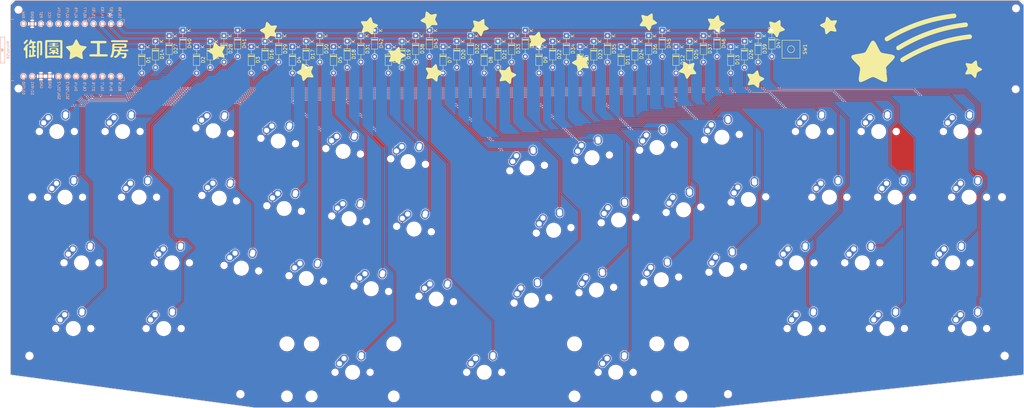
<source format=kicad_pcb>
(kicad_pcb (version 20171130) (host pcbnew "(5.1.5)-3")
  (layers (0 F.Cu signal) (31 B.Cu signal) (34 B.Paste user) (35 F.Paste user) (36 B.SilkS user) (37 F.SilkS user) (38 B.Mask user) (39 F.Mask user) (44 Edge.Cuts user))
  (net 0 "")
  (net 1 col0)
  (net 2 col1)
  (net 3 col3)
  (net 4 col4)
  (net 5 col5)
  (net 6 col6)
  (net 7 col7)
  (net 8 col8)
  (net 9 col9)
  (net 10 row0)
  (net 11 row1)
  (net 12 row2)
  (net 13 row3)
  (net 14 +5V)
  (net 15 GND)
  (net 16 "Net-(D1-Pad2)")
  (net 17 "Net-(D2-Pad2)")
  (net 18 "Net-(D3-Pad2)")
  (net 19 "Net-(D4-Pad2)")
  (net 20 "Net-(D5-Pad2)")
  (net 21 "Net-(D6-Pad2)")
  (net 22 "Net-(D7-Pad2)")
  (net 23 "Net-(D8-Pad2)")
  (net 24 "Net-(D9-Pad2)")
  (net 25 "Net-(D10-Pad2)")
  (net 26 "Net-(D11-Pad2)")
  (net 27 "Net-(D12-Pad2)")
  (net 28 "Net-(D13-Pad2)")
  (net 29 "Net-(D14-Pad2)")
  (net 30 "Net-(D15-Pad2)")
  (net 31 "Net-(D16-Pad2)")
  (net 32 "Net-(D17-Pad2)")
  (net 33 "Net-(D18-Pad2)")
  (net 34 "Net-(D19-Pad2)")
  (net 35 "Net-(D20-Pad2)")
  (net 36 "Net-(D21-Pad2)")
  (net 37 "Net-(D22-Pad2)")
  (net 38 "Net-(D23-Pad2)")
  (net 39 "Net-(D24-Pad2)")
  (net 40 "Net-(D25-Pad2)")
  (net 41 "Net-(D26-Pad2)")
  (net 42 "Net-(D27-Pad2)")
  (net 43 "Net-(D28-Pad2)")
  (net 44 "Net-(D29-Pad2)")
  (net 45 "Net-(D30-Pad2)")
  (net 46 "Net-(D31-Pad2)")
  (net 47 "Net-(D32-Pad2)")
  (net 48 "Net-(D33-Pad2)")
  (net 49 "Net-(D34-Pad2)")
  (net 50 "Net-(D35-Pad2)")
  (net 51 "Net-(D36-Pad2)")
  (net 52 "Net-(D37-Pad2)")
  (net 53 "Net-(D39-Pad2)")
  (net 54 "Net-(D40-Pad2)")
  (net 55 "Net-(D41-Pad2)")
  (net 56 "Net-(D42-Pad2)")
  (net 57 "Net-(D43-Pad2)")
  (net 58 "Net-(D44-Pad2)")
  (net 59 "Net-(D45-Pad2)")
  (net 60 "Net-(D46-Pad2)")
  (net 61 "Net-(D47-Pad2)")
  (net 62 col2)
  (net 63 col10)
  (net 64 col11)
  (net 65 col12)
  (net 66 "Net-(SW1-Pad1)")
  (net 67 "Net-(U1-Pad24)")
  (net 68 "Net-(D38-Pad2)")
  (net 69 "Net-(D48-Pad2)")
  (net 70 2182)
  (module bigbargraphics:bigbargraphic (layer F.Cu) (at 120.65 18.25625)
    (fp_text reference G*** hide)
    (fp_text value LOGO hide)
  )
  (module LED_SMD:LED_WS2812B_PLCC4_5.0x5.0mm_P3.2mm (layer F.Cu) (at 224.526166 22.681545 8)
    (fp_text reference D48 (at 0 -3.5 8) (layer F.SilkS))
    (fp_text value WS2812B)
    (fp_text user 1 (at -4.149999 -1.6 8) (layer F.SilkS))
    (pad 1 smd rect (at -2.45 -1.6 8) (size 1.5 1) (layers F.Cu F.Paste F.Mask) (net 14 +5V))
    (pad 2 smd rect (at -2.45 1.6 8) (size 1.5 1) (layers F.Cu F.Paste F.Mask) (net 69 "Net-(D48-Pad2)"))
    (pad 4 smd rect (at 2.45 -1.6 8) (size 1.5 1) (layers F.Cu F.Paste F.Mask) (net 70 2182))
    (pad 3 smd rect (at 2.45 1.6 8) (size 1.5 1) (layers F.Cu F.Paste F.Mask) (net 15 GND))
  )
  (module MX_Alps_Hybrid:MX-1.5U-NoLED (layer F.Cu) (at 250.03125 42.06875)
    (fp_text reference MX13)
    (fp_text value MX-NoLED)
    (pad "" np_thru_hole circle (at 5.08 0 48.0996) (size 1.75 1.75) (drill 1.75) (layers *.Cu *.Mask))
    (pad "" np_thru_hole circle (at -5.08 0 48.0996) (size 1.75 1.75) (drill 1.75) (layers *.Cu *.Mask))
    (pad 1 thru_hole circle (at -2.5 -4) (size 2.25 2.25) (drill 1.47) (layers *.Cu B.Mask) (net 65 col12))
    (pad "" np_thru_hole circle (at 0 0) (size 3.9878 3.9878) (drill 3.9878) (layers *.Cu *.Mask))
    (pad 1 thru_hole oval (at -3.81 -2.54 48.0996) (size 4.211556 2.25) (drill 1.47 (offset 0.980778 0)) (layers *.Cu B.Mask) (net 65 col12))
    (pad 2 thru_hole circle (at 2.54 -5.08) (size 2.25 2.25) (drill 1.47) (layers *.Cu B.Mask) (net 28 "Net-(D13-Pad2)"))
    (pad 2 thru_hole oval (at 2.5 -4.5 86.0548) (size 2.831378 2.25) (drill 1.47 (offset 0.290689 0)) (layers *.Cu B.Mask) (net 28 "Net-(D13-Pad2)"))
  )
  (module MX_Alps_Hybrid:MX-1.25U-NoLED (layer F.Cu) (at 19.05 99.21875)
    (fp_text reference MX41)
    (fp_text value MX-NoLED)
    (pad "" np_thru_hole circle (at 5.08 0 48.0996) (size 1.75 1.75) (drill 1.75) (layers *.Cu *.Mask))
    (pad "" np_thru_hole circle (at -5.08 0 48.0996) (size 1.75 1.75) (drill 1.75) (layers *.Cu *.Mask))
    (pad 1 thru_hole circle (at -2.5 -4) (size 2.25 2.25) (drill 1.47) (layers *.Cu B.Mask) (net 2 col1))
    (pad "" np_thru_hole circle (at 0 0) (size 3.9878 3.9878) (drill 3.9878) (layers *.Cu *.Mask))
    (pad 1 thru_hole oval (at -3.81 -2.54 48.0996) (size 4.211556 2.25) (drill 1.47 (offset 0.980778 0)) (layers *.Cu B.Mask) (net 2 col1))
    (pad 2 thru_hole circle (at 2.54 -5.08) (size 2.25 2.25) (drill 1.47) (layers *.Cu B.Mask) (net 55 "Net-(D41-Pad2)"))
    (pad 2 thru_hole oval (at 2.5 -4.5 86.0548) (size 2.831378 2.25) (drill 1.47 (offset 0.290689 0)) (layers *.Cu B.Mask) (net 55 "Net-(D41-Pad2)"))
  )
  (module MX_Alps_Hybrid:MX-1.5U-NoLED (layer F.Cu) (at -7.14375 99.21875)
    (fp_text reference MX40)
    (fp_text value MX-NoLED)
    (pad "" np_thru_hole circle (at 5.08 0 48.0996) (size 1.75 1.75) (drill 1.75) (layers *.Cu *.Mask))
    (pad "" np_thru_hole circle (at -5.08 0 48.0996) (size 1.75 1.75) (drill 1.75) (layers *.Cu *.Mask))
    (pad 1 thru_hole circle (at -2.5 -4) (size 2.25 2.25) (drill 1.47) (layers *.Cu B.Mask) (net 1 col0))
    (pad "" np_thru_hole circle (at 0 0) (size 3.9878 3.9878) (drill 3.9878) (layers *.Cu *.Mask))
    (pad 1 thru_hole oval (at -3.81 -2.54 48.0996) (size 4.211556 2.25) (drill 1.47 (offset 0.980778 0)) (layers *.Cu B.Mask) (net 1 col0))
    (pad 2 thru_hole circle (at 2.54 -5.08) (size 2.25 2.25) (drill 1.47) (layers *.Cu B.Mask) (net 54 "Net-(D40-Pad2)"))
    (pad 2 thru_hole oval (at 2.5 -4.5 86.0548) (size 2.831378 2.25) (drill 1.47 (offset 0.290689 0)) (layers *.Cu B.Mask) (net 54 "Net-(D40-Pad2)"))
  )
  (module MX_Alps_Hybrid:MX-1U-NoLED (layer F.Cu) (at 124.349199 52.662126 9)
    (fp_text reference MX7)
    (fp_text value MX-NoLED)
    (pad "" np_thru_hole circle (at 5.08 0 57.0996) (size 1.75 1.75) (drill 1.75) (layers *.Cu *.Mask))
    (pad "" np_thru_hole circle (at -5.08 0 57.0996) (size 1.75 1.75) (drill 1.75) (layers *.Cu *.Mask))
    (pad 1 thru_hole circle (at -2.5 -4 9) (size 2.25 2.25) (drill 1.47) (layers *.Cu B.Mask) (net 6 col6))
    (pad "" np_thru_hole circle (at 0 0 9) (size 3.9878 3.9878) (drill 3.9878) (layers *.Cu *.Mask))
    (pad 1 thru_hole oval (at -3.81 -2.54 57.0996) (size 4.211556 2.25) (drill 1.47 (offset 0.980778 0)) (layers *.Cu B.Mask) (net 6 col6))
    (pad 2 thru_hole circle (at 2.54 -5.08 9) (size 2.25 2.25) (drill 1.47) (layers *.Cu B.Mask) (net 22 "Net-(D7-Pad2)"))
    (pad 2 thru_hole oval (at 2.5 -4.5 95.0548) (size 2.831378 2.25) (drill 1.47 (offset 0.290689 0)) (layers *.Cu B.Mask) (net 22 "Net-(D7-Pad2)"))
  )
  (module MX_Alps_Hybrid:MX-1U-NoLED (layer F.Cu) (at 132.033141 70.73257 9)
    (fp_text reference MX20)
    (fp_text value MX-NoLED)
    (pad "" np_thru_hole circle (at 5.08 0 57.0996) (size 1.75 1.75) (drill 1.75) (layers *.Cu *.Mask))
    (pad "" np_thru_hole circle (at -5.08 0 57.0996) (size 1.75 1.75) (drill 1.75) (layers *.Cu *.Mask))
    (pad 1 thru_hole circle (at -2.5 -4 9) (size 2.25 2.25) (drill 1.47) (layers *.Cu B.Mask) (net 6 col6))
    (pad "" np_thru_hole circle (at 0 0 9) (size 3.9878 3.9878) (drill 3.9878) (layers *.Cu *.Mask))
    (pad 1 thru_hole oval (at -3.81 -2.54 57.0996) (size 4.211556 2.25) (drill 1.47 (offset 0.980778 0)) (layers *.Cu B.Mask) (net 6 col6))
    (pad 2 thru_hole circle (at 2.54 -5.08 9) (size 2.25 2.25) (drill 1.47) (layers *.Cu B.Mask) (net 35 "Net-(D20-Pad2)"))
    (pad 2 thru_hole oval (at 2.5 -4.5 95.0548) (size 2.831378 2.25) (drill 1.47 (offset 0.290689 0)) (layers *.Cu B.Mask) (net 35 "Net-(D20-Pad2)"))
  )
  (module MX_Alps_Hybrid:MX-1.25U-NoLED (layer F.Cu) (at -9.525 61.11875)
    (fp_text reference MX14)
    (fp_text value MX-NoLED)
    (pad "" np_thru_hole circle (at 5.08 0 48.0996) (size 1.75 1.75) (drill 1.75) (layers *.Cu *.Mask))
    (pad "" np_thru_hole circle (at -5.08 0 48.0996) (size 1.75 1.75) (drill 1.75) (layers *.Cu *.Mask))
    (pad 1 thru_hole circle (at -2.5 -4) (size 2.25 2.25) (drill 1.47) (layers *.Cu B.Mask) (net 1 col0))
    (pad "" np_thru_hole circle (at 0 0) (size 3.9878 3.9878) (drill 3.9878) (layers *.Cu *.Mask))
    (pad 1 thru_hole oval (at -3.81 -2.54 48.0996) (size 4.211556 2.25) (drill 1.47 (offset 0.980778 0)) (layers *.Cu B.Mask) (net 1 col0))
    (pad 2 thru_hole circle (at 2.54 -5.08) (size 2.25 2.25) (drill 1.47) (layers *.Cu B.Mask) (net 29 "Net-(D14-Pad2)"))
    (pad 2 thru_hole oval (at 2.5 -4.5 86.0548) (size 2.831378 2.25) (drill 1.47 (offset 0.290689 0)) (layers *.Cu B.Mask) (net 29 "Net-(D14-Pad2)"))
  )
  (module MX_Alps_Hybrid:MX-1.25U-NoLED (layer F.Cu) (at 252.4125 61.11875)
    (fp_text reference MX26)
    (fp_text value MX-NoLED)
    (pad "" np_thru_hole circle (at 5.08 0 48.0996) (size 1.75 1.75) (drill 1.75) (layers *.Cu *.Mask))
    (pad "" np_thru_hole circle (at -5.08 0 48.0996) (size 1.75 1.75) (drill 1.75) (layers *.Cu *.Mask))
    (pad 1 thru_hole circle (at -2.5 -4) (size 2.25 2.25) (drill 1.47) (layers *.Cu B.Mask) (net 65 col12))
    (pad "" np_thru_hole circle (at 0 0) (size 3.9878 3.9878) (drill 3.9878) (layers *.Cu *.Mask))
    (pad 1 thru_hole oval (at -3.81 -2.54 48.0996) (size 4.211556 2.25) (drill 1.47 (offset 0.980778 0)) (layers *.Cu B.Mask) (net 65 col12))
    (pad 2 thru_hole circle (at 2.54 -5.08) (size 2.25 2.25) (drill 1.47) (layers *.Cu B.Mask) (net 41 "Net-(D26-Pad2)"))
    (pad 2 thru_hole oval (at 2.5 -4.5 86.0548) (size 2.831378 2.25) (drill 1.47 (offset 0.290689 0)) (layers *.Cu B.Mask) (net 41 "Net-(D26-Pad2)"))
  )
  (module MX_Alps_Hybrid:MX-1.75U-NoLED (layer F.Cu) (at -4.7625 80.16875)
    (fp_text reference MX27)
    (fp_text value MX-NoLED)
    (pad "" np_thru_hole circle (at 5.08 0 48.0996) (size 1.75 1.75) (drill 1.75) (layers *.Cu *.Mask))
    (pad "" np_thru_hole circle (at -5.08 0 48.0996) (size 1.75 1.75) (drill 1.75) (layers *.Cu *.Mask))
    (pad 1 thru_hole circle (at -2.5 -4) (size 2.25 2.25) (drill 1.47) (layers *.Cu B.Mask) (net 1 col0))
    (pad "" np_thru_hole circle (at 0 0) (size 3.9878 3.9878) (drill 3.9878) (layers *.Cu *.Mask))
    (pad 1 thru_hole oval (at -3.81 -2.54 48.0996) (size 4.211556 2.25) (drill 1.47 (offset 0.980778 0)) (layers *.Cu B.Mask) (net 1 col0))
    (pad 2 thru_hole circle (at 2.54 -5.08) (size 2.25 2.25) (drill 1.47) (layers *.Cu B.Mask) (net 42 "Net-(D27-Pad2)"))
    (pad 2 thru_hole oval (at 2.5 -4.5 86.0548) (size 2.831378 2.25) (drill 1.47 (offset 0.290689 0)) (layers *.Cu B.Mask) (net 42 "Net-(D27-Pad2)"))
  )
  (module MX_Alps_Hybrid:MX-1.75U-NoLED (layer F.Cu) (at 247.65 80.16875)
    (fp_text reference MX39)
    (fp_text value MX-NoLED)
    (pad "" np_thru_hole circle (at 5.08 0 48.0996) (size 1.75 1.75) (drill 1.75) (layers *.Cu *.Mask))
    (pad "" np_thru_hole circle (at -5.08 0 48.0996) (size 1.75 1.75) (drill 1.75) (layers *.Cu *.Mask))
    (pad 1 thru_hole circle (at -2.5 -4) (size 2.25 2.25) (drill 1.47) (layers *.Cu B.Mask) (net 65 col12))
    (pad "" np_thru_hole circle (at 0 0) (size 3.9878 3.9878) (drill 3.9878) (layers *.Cu *.Mask))
    (pad 1 thru_hole oval (at -3.81 -2.54 48.0996) (size 4.211556 2.25) (drill 1.47 (offset 0.980778 0)) (layers *.Cu B.Mask) (net 65 col12))
    (pad 2 thru_hole circle (at 2.54 -5.08) (size 2.25 2.25) (drill 1.47) (layers *.Cu B.Mask) (net 53 "Net-(D39-Pad2)"))
    (pad 2 thru_hole oval (at 2.5 -4.5 86.0548) (size 2.831378 2.25) (drill 1.47 (offset 0.290689 0)) (layers *.Cu B.Mask) (net 53 "Net-(D39-Pad2)"))
  )
  (module MX_Alps_Hybrid:MX-1.25U-NoLED (layer F.Cu) (at 204.7875 99.21875)
    (fp_text reference MX45)
    (fp_text value MX-NoLED)
    (pad "" np_thru_hole circle (at 5.08 0 48.0996) (size 1.75 1.75) (drill 1.75) (layers *.Cu *.Mask))
    (pad "" np_thru_hole circle (at -5.08 0 48.0996) (size 1.75 1.75) (drill 1.75) (layers *.Cu *.Mask))
    (pad 1 thru_hole circle (at -2.5 -4) (size 2.25 2.25) (drill 1.47) (layers *.Cu B.Mask) (net 63 col10))
    (pad "" np_thru_hole circle (at 0 0) (size 3.9878 3.9878) (drill 3.9878) (layers *.Cu *.Mask))
    (pad 1 thru_hole oval (at -3.81 -2.54 48.0996) (size 4.211556 2.25) (drill 1.47 (offset 0.980778 0)) (layers *.Cu B.Mask) (net 63 col10))
    (pad 2 thru_hole circle (at 2.54 -5.08) (size 2.25 2.25) (drill 1.47) (layers *.Cu B.Mask) (net 59 "Net-(D45-Pad2)"))
    (pad 2 thru_hole oval (at 2.5 -4.5 86.0548) (size 2.831378 2.25) (drill 1.47 (offset 0.290689 0)) (layers *.Cu B.Mask) (net 59 "Net-(D45-Pad2)"))
  )
  (module MX_Alps_Hybrid:MX-1.25U-NoLED (layer F.Cu) (at 228.6 99.21875)
    (fp_text reference MX46)
    (fp_text value MX-NoLED)
    (pad "" np_thru_hole circle (at 5.08 0 48.0996) (size 1.75 1.75) (drill 1.75) (layers *.Cu *.Mask))
    (pad "" np_thru_hole circle (at -5.08 0 48.0996) (size 1.75 1.75) (drill 1.75) (layers *.Cu *.Mask))
    (pad 1 thru_hole circle (at -2.5 -4) (size 2.25 2.25) (drill 1.47) (layers *.Cu B.Mask) (net 64 col11))
    (pad "" np_thru_hole circle (at 0 0) (size 3.9878 3.9878) (drill 3.9878) (layers *.Cu *.Mask))
    (pad 1 thru_hole oval (at -3.81 -2.54 48.0996) (size 4.211556 2.25) (drill 1.47 (offset 0.980778 0)) (layers *.Cu B.Mask) (net 64 col11))
    (pad 2 thru_hole circle (at 2.54 -5.08) (size 2.25 2.25) (drill 1.47) (layers *.Cu B.Mask) (net 60 "Net-(D46-Pad2)"))
    (pad 2 thru_hole oval (at 2.5 -4.5 86.0548) (size 2.831378 2.25) (drill 1.47 (offset 0.290689 0)) (layers *.Cu B.Mask) (net 60 "Net-(D46-Pad2)"))
  )
  (module MX_Alps_Hybrid:MX-1.25U-NoLED (layer F.Cu) (at 252.4125 99.21875)
    (fp_text reference MX47)
    (fp_text value MX-NoLED)
    (pad "" np_thru_hole circle (at 5.08 0 48.0996) (size 1.75 1.75) (drill 1.75) (layers *.Cu *.Mask))
    (pad "" np_thru_hole circle (at -5.08 0 48.0996) (size 1.75 1.75) (drill 1.75) (layers *.Cu *.Mask))
    (pad 1 thru_hole circle (at -2.5 -4) (size 2.25 2.25) (drill 1.47) (layers *.Cu B.Mask) (net 65 col12))
    (pad "" np_thru_hole circle (at 0 0) (size 3.9878 3.9878) (drill 3.9878) (layers *.Cu *.Mask))
    (pad 1 thru_hole oval (at -3.81 -2.54 48.0996) (size 4.211556 2.25) (drill 1.47 (offset 0.980778 0)) (layers *.Cu B.Mask) (net 65 col12))
    (pad 2 thru_hole circle (at 2.54 -5.08) (size 2.25 2.25) (drill 1.47) (layers *.Cu B.Mask) (net 61 "Net-(D47-Pad2)"))
    (pad 2 thru_hole oval (at 2.5 -4.5 86.0548) (size 2.831378 2.25) (drill 1.47 (offset 0.290689 0)) (layers *.Cu B.Mask) (net 61 "Net-(D47-Pad2)"))
  )
  (module Diode_THT:D_DO-34_SOD68_P7.62mm_Horizontal (layer F.Cu) (at 100.0125 17.4625 270)
    (fp_text reference D7 (at 3.81 -1.92 90) (layer F.SilkS))
    (fp_text value D_Small)
    (fp_text user K (at 0 -1.75 90) (layer F.SilkS))
    (pad 2 thru_hole oval (at 7.62 0 270) (size 1.5 1.5) (drill 0.75) (layers *.Cu *.Mask) (net 22 "Net-(D7-Pad2)"))
    (pad 1 thru_hole rect (at 0 0 270) (size 1.5 1.5) (drill 0.75) (layers *.Cu *.Mask) (net 10 row0))
  )
  (module MX_Alps_Hybrid:MX-1U-NoLED (layer F.Cu) (at 98.011416 90.659356 351)
    (fp_text reference MX48)
    (fp_text value MX-NoLED)
    (pad 2 thru_hole oval (at 2.5 -4.5 77.0548) (size 2.831378 2.25) (drill 1.47 (offset 0.290689 0)) (layers *.Cu B.Mask) (net 68 "Net-(D38-Pad2)"))
    (pad 2 thru_hole circle (at 2.54 -5.08 351) (size 2.25 2.25) (drill 1.47) (layers *.Cu B.Mask) (net 68 "Net-(D38-Pad2)"))
    (pad 1 thru_hole oval (at -3.81 -2.54 39.0996) (size 4.211556 2.25) (drill 1.47 (offset 0.980778 0)) (layers *.Cu B.Mask) (net 5 col5))
    (pad "" np_thru_hole circle (at 0 0 351) (size 3.9878 3.9878) (drill 3.9878) (layers *.Cu *.Mask))
    (pad 1 thru_hole circle (at -2.5 -4 351) (size 2.25 2.25) (drill 1.47) (layers *.Cu B.Mask) (net 5 col5))
    (pad "" np_thru_hole circle (at -5.08 0 39.0996) (size 1.75 1.75) (drill 1.75) (layers *.Cu *.Mask))
    (pad "" np_thru_hole circle (at 5.08 0 39.0996) (size 1.75 1.75) (drill 1.75) (layers *.Cu *.Mask))
  )
  (module Diode_THT:D_DO-34_SOD68_P7.62mm_Horizontal (layer F.Cu) (at 195.2625 12.7 270)
    (fp_text reference D47 (at 3.81 -1.92 90) (layer F.SilkS))
    (fp_text value D_Small)
    (fp_text user K (at 0 -1.75 90) (layer F.SilkS))
    (pad 2 thru_hole oval (at 7.62 0 270) (size 1.5 1.5) (drill 0.75) (layers *.Cu *.Mask) (net 61 "Net-(D47-Pad2)"))
    (pad 1 thru_hole rect (at 0 0 270) (size 1.5 1.5) (drill 0.75) (layers *.Cu *.Mask) (net 13 row3))
  )
  (module Diode_THT:D_DO-34_SOD68_P7.62mm_Horizontal (layer F.Cu) (at 179.3875 12.7 270)
    (fp_text reference D46 (at 3.81 -1.92 90) (layer F.SilkS))
    (fp_text value D_Small)
    (fp_text user K (at 0 -1.75 90) (layer F.SilkS))
    (pad 2 thru_hole oval (at 7.62 0 270) (size 1.5 1.5) (drill 0.75) (layers *.Cu *.Mask) (net 60 "Net-(D46-Pad2)"))
    (pad 1 thru_hole rect (at 0 0 270) (size 1.5 1.5) (drill 0.75) (layers *.Cu *.Mask) (net 13 row3))
  )
  (module Diode_THT:D_DO-34_SOD68_P7.62mm_Horizontal (layer F.Cu) (at 163.5125 12.7 270)
    (fp_text reference D45 (at 3.81 -1.92 90) (layer F.SilkS))
    (fp_text value D_Small)
    (fp_text user K (at 0 -1.75 90) (layer F.SilkS))
    (pad 2 thru_hole oval (at 7.62 0 270) (size 1.5 1.5) (drill 0.75) (layers *.Cu *.Mask) (net 59 "Net-(D45-Pad2)"))
    (pad 1 thru_hole rect (at 0 0 270) (size 1.5 1.5) (drill 0.75) (layers *.Cu *.Mask) (net 13 row3))
  )
  (module Diode_THT:D_DO-34_SOD68_P7.62mm_Horizontal (layer F.Cu) (at 123.825 12.7 270)
    (fp_text reference D44 (at 3.81 -1.92 90) (layer F.SilkS))
    (fp_text value D_Small)
    (fp_text user K (at 0 -1.75 90) (layer F.SilkS))
    (pad 2 thru_hole oval (at 7.62 0 270) (size 1.5 1.5) (drill 0.75) (layers *.Cu *.Mask) (net 58 "Net-(D44-Pad2)"))
    (pad 1 thru_hole rect (at 0 0 270) (size 1.5 1.5) (drill 0.75) (layers *.Cu *.Mask) (net 13 row3))
  )
  (module Diode_THT:D_DO-34_SOD68_P7.62mm_Horizontal (layer F.Cu) (at 96.04375 12.7 270)
    (fp_text reference D43 (at 3.81 -1.92 90) (layer F.SilkS))
    (fp_text value D_Small)
    (fp_text user K (at 0 -1.75 90) (layer F.SilkS))
    (pad 2 thru_hole oval (at 7.62 0 270) (size 1.5 1.5) (drill 0.75) (layers *.Cu *.Mask) (net 57 "Net-(D43-Pad2)"))
    (pad 1 thru_hole rect (at 0 0 270) (size 1.5 1.5) (drill 0.75) (layers *.Cu *.Mask) (net 13 row3))
  )
  (module Diode_THT:D_DO-34_SOD68_P7.62mm_Horizontal (layer F.Cu) (at 80.16875 12.7 270)
    (fp_text reference D42 (at 3.81 -1.92 90) (layer F.SilkS))
    (fp_text value D_Small)
    (fp_text user K (at 0 -1.75 90) (layer F.SilkS))
    (pad 2 thru_hole oval (at 7.62 0 270) (size 1.5 1.5) (drill 0.75) (layers *.Cu *.Mask) (net 56 "Net-(D42-Pad2)"))
    (pad 1 thru_hole rect (at 0 0 270) (size 1.5 1.5) (drill 0.75) (layers *.Cu *.Mask) (net 13 row3))
  )
  (module Diode_THT:D_DO-34_SOD68_P7.62mm_Horizontal (layer F.Cu) (at 40.48125 12.7 270)
    (fp_text reference D41 (at 3.81 -1.92 90) (layer F.SilkS))
    (fp_text value D_Small)
    (fp_text user K (at 0 -1.75 90) (layer F.SilkS))
    (pad 2 thru_hole oval (at 7.62 0 270) (size 1.5 1.5) (drill 0.75) (layers *.Cu *.Mask) (net 55 "Net-(D41-Pad2)"))
    (pad 1 thru_hole rect (at 0 0 270) (size 1.5 1.5) (drill 0.75) (layers *.Cu *.Mask) (net 13 row3))
  )
  (module Diode_THT:D_DO-34_SOD68_P7.62mm_Horizontal (layer F.Cu) (at 24.60625 12.7 270)
    (fp_text reference D40 (at 3.81 -1.92 90) (layer F.SilkS))
    (fp_text value D_Small)
    (fp_text user K (at 0 -1.75 90) (layer F.SilkS))
    (pad 2 thru_hole oval (at 7.62 0 270) (size 1.5 1.5) (drill 0.75) (layers *.Cu *.Mask) (net 54 "Net-(D40-Pad2)"))
    (pad 1 thru_hole rect (at 0 0 270) (size 1.5 1.5) (drill 0.75) (layers *.Cu *.Mask) (net 13 row3))
  )
  (module Diode_THT:D_DO-34_SOD68_P7.62mm_Horizontal (layer F.Cu) (at 191.29375 14.2875 270)
    (fp_text reference D39 (at 3.81 -1.92 90) (layer F.SilkS))
    (fp_text value D_Small)
    (fp_text user K (at 0 -1.75 90) (layer F.SilkS))
    (pad 2 thru_hole oval (at 7.62 0 270) (size 1.5 1.5) (drill 0.75) (layers *.Cu *.Mask) (net 53 "Net-(D39-Pad2)"))
    (pad 1 thru_hole rect (at 0 0 270) (size 1.5 1.5) (drill 0.75) (layers *.Cu *.Mask) (net 12 row2))
  )
  (module Diode_THT:D_DO-34_SOD68_P7.62mm_Horizontal (layer F.Cu) (at 92.075 14.2875 270)
    (fp_text reference D38 (at 3.81 -1.92 90) (layer F.SilkS))
    (fp_text value D_Small)
    (fp_text user K (at 0 -1.75 90) (layer F.SilkS))
    (pad 2 thru_hole oval (at 7.62 0 270) (size 1.5 1.5) (drill 0.75) (layers *.Cu *.Mask) (net 68 "Net-(D38-Pad2)"))
    (pad 1 thru_hole rect (at 0 0 270) (size 1.5 1.5) (drill 0.75) (layers *.Cu *.Mask) (net 12 row2))
  )
  (module Diode_THT:D_DO-34_SOD68_P7.62mm_Horizontal (layer F.Cu) (at 175.41875 14.2875 270)
    (fp_text reference D37 (at 3.81 -1.92 90) (layer F.SilkS))
    (fp_text value D_Small)
    (fp_text user K (at 0 -1.75 90) (layer F.SilkS))
    (pad 2 thru_hole oval (at 7.62 0 270) (size 1.5 1.5) (drill 0.75) (layers *.Cu *.Mask) (net 52 "Net-(D37-Pad2)"))
    (pad 1 thru_hole rect (at 0 0 270) (size 1.5 1.5) (drill 0.75) (layers *.Cu *.Mask) (net 12 row2))
  )
  (module Diode_THT:D_DO-34_SOD68_P7.62mm_Horizontal (layer F.Cu) (at 159.54375 14.2875 270)
    (fp_text reference D36 (at 3.81 -1.92 90) (layer F.SilkS))
    (fp_text value D_Small)
    (fp_text user K (at 0 -1.75 90) (layer F.SilkS))
    (pad 2 thru_hole oval (at 7.62 0 270) (size 1.5 1.5) (drill 0.75) (layers *.Cu *.Mask) (net 51 "Net-(D36-Pad2)"))
    (pad 1 thru_hole rect (at 0 0 270) (size 1.5 1.5) (drill 0.75) (layers *.Cu *.Mask) (net 12 row2))
  )
  (module Diode_THT:D_DO-34_SOD68_P7.62mm_Horizontal (layer F.Cu) (at 147.6375 14.2875 270)
    (fp_text reference D35 (at 3.81 -1.92 90) (layer F.SilkS))
    (fp_text value D_Small)
    (fp_text user K (at 0 -1.75 90) (layer F.SilkS))
    (pad 2 thru_hole oval (at 7.62 0 270) (size 1.5 1.5) (drill 0.75) (layers *.Cu *.Mask) (net 50 "Net-(D35-Pad2)"))
    (pad 1 thru_hole rect (at 0 0 270) (size 1.5 1.5) (drill 0.75) (layers *.Cu *.Mask) (net 12 row2))
  )
  (module Diode_THT:D_DO-34_SOD68_P7.62mm_Horizontal (layer F.Cu) (at 135.73125 14.2875 270)
    (fp_text reference D34 (at 3.81 -1.92 90) (layer F.SilkS))
    (fp_text value D_Small)
    (fp_text user K (at 0 -1.75 90) (layer F.SilkS))
    (pad 2 thru_hole oval (at 7.62 0 270) (size 1.5 1.5) (drill 0.75) (layers *.Cu *.Mask) (net 49 "Net-(D34-Pad2)"))
    (pad 1 thru_hole rect (at 0 0 270) (size 1.5 1.5) (drill 0.75) (layers *.Cu *.Mask) (net 12 row2))
  )
  (module Diode_THT:D_DO-34_SOD68_P7.62mm_Horizontal (layer F.Cu) (at 119.85625 14.2875 270)
    (fp_text reference D33 (at 3.81 -1.92 90) (layer F.SilkS))
    (fp_text value D_Small)
    (fp_text user K (at 0 -1.75 90) (layer F.SilkS))
    (pad 2 thru_hole oval (at 7.62 0 270) (size 1.5 1.5) (drill 0.75) (layers *.Cu *.Mask) (net 48 "Net-(D33-Pad2)"))
    (pad 1 thru_hole rect (at 0 0 270) (size 1.5 1.5) (drill 0.75) (layers *.Cu *.Mask) (net 12 row2))
  )
  (module Diode_THT:D_DO-34_SOD68_P7.62mm_Horizontal (layer F.Cu) (at 107.95 14.2875 270)
    (fp_text reference D32 (at 3.81 -1.92 90) (layer F.SilkS))
    (fp_text value D_Small)
    (fp_text user K (at 0 -1.75 90) (layer F.SilkS))
    (pad 2 thru_hole oval (at 7.62 0 270) (size 1.5 1.5) (drill 0.75) (layers *.Cu *.Mask) (net 47 "Net-(D32-Pad2)"))
    (pad 1 thru_hole rect (at 0 0 270) (size 1.5 1.5) (drill 0.75) (layers *.Cu *.Mask) (net 12 row2))
  )
  (module Diode_THT:D_DO-34_SOD68_P7.62mm_Horizontal (layer F.Cu) (at 76.2 14.2875 270)
    (fp_text reference D31 (at 3.81 -1.92 90) (layer F.SilkS))
    (fp_text value D_Small)
    (fp_text user K (at 0 -1.75 90) (layer F.SilkS))
    (pad 2 thru_hole oval (at 7.62 0 270) (size 1.5 1.5) (drill 0.75) (layers *.Cu *.Mask) (net 46 "Net-(D31-Pad2)"))
    (pad 1 thru_hole rect (at 0 0 270) (size 1.5 1.5) (drill 0.75) (layers *.Cu *.Mask) (net 12 row2))
  )
  (module Diode_THT:D_DO-34_SOD68_P7.62mm_Horizontal (layer F.Cu) (at 64.29375 14.2875 270)
    (fp_text reference D30 (at 3.81 -1.92 90) (layer F.SilkS))
    (fp_text value D_Small)
    (fp_text user K (at 0 -1.75 90) (layer F.SilkS))
    (pad 2 thru_hole oval (at 7.62 0 270) (size 1.5 1.5) (drill 0.75) (layers *.Cu *.Mask) (net 45 "Net-(D30-Pad2)"))
    (pad 1 thru_hole rect (at 0 0 270) (size 1.5 1.5) (drill 0.75) (layers *.Cu *.Mask) (net 12 row2))
  )
  (module Diode_THT:D_DO-34_SOD68_P7.62mm_Horizontal (layer F.Cu) (at 52.3875 14.2875 270)
    (fp_text reference D29 (at 3.81 -1.92 90) (layer F.SilkS))
    (fp_text value D_Small)
    (fp_text user K (at 0 -1.75 90) (layer F.SilkS))
    (pad 2 thru_hole oval (at 7.62 0 270) (size 1.5 1.5) (drill 0.75) (layers *.Cu *.Mask) (net 44 "Net-(D29-Pad2)"))
    (pad 1 thru_hole rect (at 0 0 270) (size 1.5 1.5) (drill 0.75) (layers *.Cu *.Mask) (net 12 row2))
  )
  (module Diode_THT:D_DO-34_SOD68_P7.62mm_Horizontal (layer F.Cu) (at 36.5125 14.2875 270)
    (fp_text reference D28 (at 3.81 -1.92 90) (layer F.SilkS))
    (fp_text value D_Small)
    (fp_text user K (at 0 -1.75 90) (layer F.SilkS))
    (pad 2 thru_hole oval (at 7.62 0 270) (size 1.5 1.5) (drill 0.75) (layers *.Cu *.Mask) (net 43 "Net-(D28-Pad2)"))
    (pad 1 thru_hole rect (at 0 0 270) (size 1.5 1.5) (drill 0.75) (layers *.Cu *.Mask) (net 12 row2))
  )
  (module Diode_THT:D_DO-34_SOD68_P7.62mm_Horizontal (layer F.Cu) (at 20.6375 14.2875 270)
    (fp_text reference D27 (at 3.81 -1.92 90) (layer F.SilkS))
    (fp_text value D_Small)
    (fp_text user K (at 0 -1.75 90) (layer F.SilkS))
    (pad 2 thru_hole oval (at 7.62 0 270) (size 1.5 1.5) (drill 0.75) (layers *.Cu *.Mask) (net 42 "Net-(D27-Pad2)"))
    (pad 1 thru_hole rect (at 0 0 270) (size 1.5 1.5) (drill 0.75) (layers *.Cu *.Mask) (net 12 row2))
  )
  (module Diode_THT:D_DO-34_SOD68_P7.62mm_Horizontal (layer F.Cu) (at 187.325 15.875 270)
    (fp_text reference D26 (at 3.81 -1.92 90) (layer F.SilkS))
    (fp_text value D_Small)
    (fp_text user K (at 0 -1.75 90) (layer F.SilkS))
    (pad 2 thru_hole oval (at 7.62 0 270) (size 1.5 1.5) (drill 0.75) (layers *.Cu *.Mask) (net 41 "Net-(D26-Pad2)"))
    (pad 1 thru_hole rect (at 0 0 270) (size 1.5 1.5) (drill 0.75) (layers *.Cu *.Mask) (net 11 row1))
  )
  (module Diode_THT:D_DO-34_SOD68_P7.62mm_Horizontal (layer F.Cu) (at 171.45 15.875 270)
    (fp_text reference D25 (at 3.81 -1.92 90) (layer F.SilkS))
    (fp_text value D_Small)
    (fp_text user K (at 0 -1.75 90) (layer F.SilkS))
    (pad 2 thru_hole oval (at 7.62 0 270) (size 1.5 1.5) (drill 0.75) (layers *.Cu *.Mask) (net 40 "Net-(D25-Pad2)"))
    (pad 1 thru_hole rect (at 0 0 270) (size 1.5 1.5) (drill 0.75) (layers *.Cu *.Mask) (net 11 row1))
  )
  (module Diode_THT:D_DO-34_SOD68_P7.62mm_Horizontal (layer F.Cu) (at 155.575 15.875 270)
    (fp_text reference D24 (at 3.81 -1.92 90) (layer F.SilkS))
    (fp_text value D_Small)
    (fp_text user K (at 0 -1.75 90) (layer F.SilkS))
    (pad 2 thru_hole oval (at 7.62 0 270) (size 1.5 1.5) (drill 0.75) (layers *.Cu *.Mask) (net 39 "Net-(D24-Pad2)"))
    (pad 1 thru_hole rect (at 0 0 270) (size 1.5 1.5) (drill 0.75) (layers *.Cu *.Mask) (net 11 row1))
  )
  (module Diode_THT:D_DO-34_SOD68_P7.62mm_Horizontal (layer F.Cu) (at 143.66875 15.875 270)
    (fp_text reference D23 (at 3.81 -1.92 90) (layer F.SilkS))
    (fp_text value D_Small)
    (fp_text user K (at 0 -1.75 90) (layer F.SilkS))
    (pad 2 thru_hole oval (at 7.62 0 270) (size 1.5 1.5) (drill 0.75) (layers *.Cu *.Mask) (net 38 "Net-(D23-Pad2)"))
    (pad 1 thru_hole rect (at 0 0 270) (size 1.5 1.5) (drill 0.75) (layers *.Cu *.Mask) (net 11 row1))
  )
  (module Diode_THT:D_DO-34_SOD68_P7.62mm_Horizontal (layer F.Cu) (at 131.7625 15.875 270)
    (fp_text reference D22 (at 3.81 -1.92 90) (layer F.SilkS))
    (fp_text value D_Small)
    (fp_text user K (at 0 -1.75 90) (layer F.SilkS))
    (pad 2 thru_hole oval (at 7.62 0 270) (size 1.5 1.5) (drill 0.75) (layers *.Cu *.Mask) (net 37 "Net-(D22-Pad2)"))
    (pad 1 thru_hole rect (at 0 0 270) (size 1.5 1.5) (drill 0.75) (layers *.Cu *.Mask) (net 11 row1))
  )
  (module Diode_THT:D_DO-34_SOD68_P7.62mm_Horizontal (layer F.Cu) (at 115.8875 15.875 270)
    (fp_text reference D21 (at 3.81 -1.92 90) (layer F.SilkS))
    (fp_text value D_Small)
    (fp_text user K (at 0 -1.75 90) (layer F.SilkS))
    (pad 2 thru_hole oval (at 7.62 0 270) (size 1.5 1.5) (drill 0.75) (layers *.Cu *.Mask) (net 36 "Net-(D21-Pad2)"))
    (pad 1 thru_hole rect (at 0 0 270) (size 1.5 1.5) (drill 0.75) (layers *.Cu *.Mask) (net 11 row1))
  )
  (module Diode_THT:D_DO-34_SOD68_P7.62mm_Horizontal (layer F.Cu) (at 103.98125 15.875 270)
    (fp_text reference D20 (at 3.81 -1.92 90) (layer F.SilkS))
    (fp_text value D_Small)
    (fp_text user K (at 0 -1.75 90) (layer F.SilkS))
    (pad 2 thru_hole oval (at 7.62 0 270) (size 1.5 1.5) (drill 0.75) (layers *.Cu *.Mask) (net 35 "Net-(D20-Pad2)"))
    (pad 1 thru_hole rect (at 0 0 270) (size 1.5 1.5) (drill 0.75) (layers *.Cu *.Mask) (net 11 row1))
  )
  (module Diode_THT:D_DO-34_SOD68_P7.62mm_Horizontal (layer F.Cu) (at 88.10625 15.875 270)
    (fp_text reference D19 (at 3.81 -1.92 90) (layer F.SilkS))
    (fp_text value D_Small)
    (fp_text user K (at 0 -1.75 90) (layer F.SilkS))
    (pad 2 thru_hole oval (at 7.62 0 270) (size 1.5 1.5) (drill 0.75) (layers *.Cu *.Mask) (net 34 "Net-(D19-Pad2)"))
    (pad 1 thru_hole rect (at 0 0 270) (size 1.5 1.5) (drill 0.75) (layers *.Cu *.Mask) (net 11 row1))
  )
  (module Diode_THT:D_DO-34_SOD68_P7.62mm_Horizontal (layer F.Cu) (at 72.23125 15.875 270)
    (fp_text reference D18 (at 3.81 -1.92 90) (layer F.SilkS))
    (fp_text value D_Small)
    (fp_text user K (at 0 -1.75 90) (layer F.SilkS))
    (pad 2 thru_hole oval (at 7.62 0 270) (size 1.5 1.5) (drill 0.75) (layers *.Cu *.Mask) (net 33 "Net-(D18-Pad2)"))
    (pad 1 thru_hole rect (at 0 0 270) (size 1.5 1.5) (drill 0.75) (layers *.Cu *.Mask) (net 11 row1))
  )
  (module Diode_THT:D_DO-34_SOD68_P7.62mm_Horizontal (layer F.Cu) (at 60.325 15.875 270)
    (fp_text reference D17 (at 3.81 -1.92 90) (layer F.SilkS))
    (fp_text value D_Small)
    (fp_text user K (at 0 -1.75 90) (layer F.SilkS))
    (pad 2 thru_hole oval (at 7.62 0 270) (size 1.5 1.5) (drill 0.75) (layers *.Cu *.Mask) (net 32 "Net-(D17-Pad2)"))
    (pad 1 thru_hole rect (at 0 0 270) (size 1.5 1.5) (drill 0.75) (layers *.Cu *.Mask) (net 11 row1))
  )
  (module Diode_THT:D_DO-34_SOD68_P7.62mm_Horizontal (layer F.Cu) (at 48.41875 15.875 270)
    (fp_text reference D16 (at 3.81 -1.92 90) (layer F.SilkS))
    (fp_text value D_Small)
    (fp_text user K (at 0 -1.75 90) (layer F.SilkS))
    (pad 2 thru_hole oval (at 7.62 0 270) (size 1.5 1.5) (drill 0.75) (layers *.Cu *.Mask) (net 31 "Net-(D16-Pad2)"))
    (pad 1 thru_hole rect (at 0 0 270) (size 1.5 1.5) (drill 0.75) (layers *.Cu *.Mask) (net 11 row1))
  )
  (module Diode_THT:D_DO-34_SOD68_P7.62mm_Horizontal (layer F.Cu) (at 32.54375 15.875 270)
    (fp_text reference D15 (at 3.81 -1.92 90) (layer F.SilkS))
    (fp_text value D_Small)
    (fp_text user K (at 0 -1.75 90) (layer F.SilkS))
    (pad 2 thru_hole oval (at 7.62 0 270) (size 1.5 1.5) (drill 0.75) (layers *.Cu *.Mask) (net 30 "Net-(D15-Pad2)"))
    (pad 1 thru_hole rect (at 0 0 270) (size 1.5 1.5) (drill 0.75) (layers *.Cu *.Mask) (net 11 row1))
  )
  (module Diode_THT:D_DO-34_SOD68_P7.62mm_Horizontal (layer F.Cu) (at 16.66875 15.875 270)
    (fp_text reference D14 (at 3.81 -1.92 90) (layer F.SilkS))
    (fp_text value D_Small)
    (fp_text user K (at 0 -1.75 90) (layer F.SilkS))
    (pad 2 thru_hole oval (at 7.62 0 270) (size 1.5 1.5) (drill 0.75) (layers *.Cu *.Mask) (net 29 "Net-(D14-Pad2)"))
    (pad 1 thru_hole rect (at 0 0 270) (size 1.5 1.5) (drill 0.75) (layers *.Cu *.Mask) (net 11 row1))
  )
  (module Diode_THT:D_DO-34_SOD68_P7.62mm_Horizontal (layer F.Cu) (at 183.35625 17.4625 270)
    (fp_text reference D13 (at 3.81 -1.92 90) (layer F.SilkS))
    (fp_text value D_Small)
    (fp_text user K (at 0 -1.75 90) (layer F.SilkS))
    (pad 2 thru_hole oval (at 7.62 0 270) (size 1.5 1.5) (drill 0.75) (layers *.Cu *.Mask) (net 28 "Net-(D13-Pad2)"))
    (pad 1 thru_hole rect (at 0 0 270) (size 1.5 1.5) (drill 0.75) (layers *.Cu *.Mask) (net 10 row0))
  )
  (module Diode_THT:D_DO-34_SOD68_P7.62mm_Horizontal (layer F.Cu) (at 167.48125 17.4625 270)
    (fp_text reference D12 (at 3.81 -1.92 90) (layer F.SilkS))
    (fp_text value D_Small)
    (fp_text user K (at 0 -1.75 90) (layer F.SilkS))
    (pad 2 thru_hole oval (at 7.62 0 270) (size 1.5 1.5) (drill 0.75) (layers *.Cu *.Mask) (net 27 "Net-(D12-Pad2)"))
    (pad 1 thru_hole rect (at 0 0 270) (size 1.5 1.5) (drill 0.75) (layers *.Cu *.Mask) (net 10 row0))
  )
  (module Diode_THT:D_DO-34_SOD68_P7.62mm_Horizontal (layer F.Cu) (at 151.60625 17.4625 270)
    (fp_text reference D11 (at 3.81 -1.92 90) (layer F.SilkS))
    (fp_text value D_Small)
    (fp_text user K (at 0 -1.75 90) (layer F.SilkS))
    (pad 2 thru_hole oval (at 7.62 0 270) (size 1.5 1.5) (drill 0.75) (layers *.Cu *.Mask) (net 26 "Net-(D11-Pad2)"))
    (pad 1 thru_hole rect (at 0 0 270) (size 1.5 1.5) (drill 0.75) (layers *.Cu *.Mask) (net 10 row0))
  )
  (module Diode_THT:D_DO-34_SOD68_P7.62mm_Horizontal (layer F.Cu) (at 139.7 17.4625 270)
    (fp_text reference D10 (at 3.81 -1.92 90) (layer F.SilkS))
    (fp_text value D_Small)
    (fp_text user K (at 0 -1.75 90) (layer F.SilkS))
    (pad 2 thru_hole oval (at 7.62 0 270) (size 1.5 1.5) (drill 0.75) (layers *.Cu *.Mask) (net 25 "Net-(D10-Pad2)"))
    (pad 1 thru_hole rect (at 0 0 270) (size 1.5 1.5) (drill 0.75) (layers *.Cu *.Mask) (net 10 row0))
  )
  (module Diode_THT:D_DO-34_SOD68_P7.62mm_Horizontal (layer F.Cu) (at 127.79375 17.4625 270)
    (fp_text reference D9 (at 3.81 -1.92 90) (layer F.SilkS))
    (fp_text value D_Small)
    (fp_text user K (at 0 -1.75 90) (layer F.SilkS))
    (pad 2 thru_hole oval (at 7.62 0 270) (size 1.5 1.5) (drill 0.75) (layers *.Cu *.Mask) (net 24 "Net-(D9-Pad2)"))
    (pad 1 thru_hole rect (at 0 0 270) (size 1.5 1.5) (drill 0.75) (layers *.Cu *.Mask) (net 10 row0))
  )
  (module Diode_THT:D_DO-34_SOD68_P7.62mm_Horizontal (layer F.Cu) (at 111.91875 17.4625 270)
    (fp_text reference D8 (at 3.81 -1.92 90) (layer F.SilkS))
    (fp_text value D_Small)
    (fp_text user K (at 0 -1.75 90) (layer F.SilkS))
    (pad 2 thru_hole oval (at 7.62 0 270) (size 1.5 1.5) (drill 0.75) (layers *.Cu *.Mask) (net 23 "Net-(D8-Pad2)"))
    (pad 1 thru_hole rect (at 0 0 270) (size 1.5 1.5) (drill 0.75) (layers *.Cu *.Mask) (net 10 row0))
  )
  (module Diode_THT:D_DO-34_SOD68_P7.62mm_Horizontal (layer F.Cu) (at 84.1375 17.4625 270)
    (fp_text reference D6 (at 3.81 -1.92 90) (layer F.SilkS))
    (fp_text value D_Small)
    (fp_text user K (at 0 -1.75 90) (layer F.SilkS))
    (pad 2 thru_hole oval (at 7.62 0 270) (size 1.5 1.5) (drill 0.75) (layers *.Cu *.Mask) (net 21 "Net-(D6-Pad2)"))
    (pad 1 thru_hole rect (at 0 0 270) (size 1.5 1.5) (drill 0.75) (layers *.Cu *.Mask) (net 10 row0))
  )
  (module Diode_THT:D_DO-34_SOD68_P7.62mm_Horizontal (layer F.Cu) (at 68.2625 17.4625 270)
    (fp_text reference D5 (at 3.81 -1.92 90) (layer F.SilkS))
    (fp_text value D_Small)
    (fp_text user K (at 0 -1.75 90) (layer F.SilkS))
    (pad 2 thru_hole oval (at 7.62 0 270) (size 1.5 1.5) (drill 0.75) (layers *.Cu *.Mask) (net 20 "Net-(D5-Pad2)"))
    (pad 1 thru_hole rect (at 0 0 270) (size 1.5 1.5) (drill 0.75) (layers *.Cu *.Mask) (net 10 row0))
  )
  (module Diode_THT:D_DO-34_SOD68_P7.62mm_Horizontal (layer F.Cu) (at 56.35625 17.4625 270)
    (fp_text reference D4 (at 3.81 -1.92 90) (layer F.SilkS))
    (fp_text value D_Small)
    (fp_text user K (at 0 -1.75 90) (layer F.SilkS))
    (pad 2 thru_hole oval (at 7.62 0 270) (size 1.5 1.5) (drill 0.75) (layers *.Cu *.Mask) (net 19 "Net-(D4-Pad2)"))
    (pad 1 thru_hole rect (at 0 0 270) (size 1.5 1.5) (drill 0.75) (layers *.Cu *.Mask) (net 10 row0))
  )
  (module Diode_THT:D_DO-34_SOD68_P7.62mm_Horizontal (layer F.Cu) (at 44.45 17.4625 270)
    (fp_text reference D3 (at 3.81 -1.92 90) (layer F.SilkS))
    (fp_text value D_Small)
    (fp_text user K (at 0 -1.75 90) (layer F.SilkS))
    (pad 2 thru_hole oval (at 7.62 0 270) (size 1.5 1.5) (drill 0.75) (layers *.Cu *.Mask) (net 18 "Net-(D3-Pad2)"))
    (pad 1 thru_hole rect (at 0 0 270) (size 1.5 1.5) (drill 0.75) (layers *.Cu *.Mask) (net 10 row0))
  )
  (module Diode_THT:D_DO-34_SOD68_P7.62mm_Horizontal (layer F.Cu) (at 28.575 17.4625 270)
    (fp_text reference D2 (at 3.81 -1.92 90) (layer F.SilkS))
    (fp_text value D_Small)
    (fp_text user K (at 0 -1.75 90) (layer F.SilkS))
    (pad 1 thru_hole rect (at 0 0 270) (size 1.5 1.5) (drill 0.75) (layers *.Cu *.Mask) (net 10 row0))
    (pad 2 thru_hole oval (at 7.62 0 270) (size 1.5 1.5) (drill 0.75) (layers *.Cu *.Mask) (net 17 "Net-(D2-Pad2)"))
  )
  (module Diode_THT:D_DO-34_SOD68_P7.62mm_Horizontal (layer F.Cu) (at 12.7 17.4625 270)
    (fp_text reference D1 (at 3.81 -1.92 90) (layer F.SilkS))
    (fp_text value D_Small)
    (fp_text user K (at 0 -1.75 90) (layer F.SilkS))
    (pad 1 thru_hole rect (at 0 0 270) (size 1.5 1.5) (drill 0.75) (layers *.Cu *.Mask) (net 10 row0))
    (pad 2 thru_hole oval (at 7.62 0 270) (size 1.5 1.5) (drill 0.75) (layers *.Cu *.Mask) (net 16 "Net-(D1-Pad2)"))
  )
  (module MX_Alps_Hybrid:MX-1U-NoLED (layer F.Cu) (at 188.47953 61.79234 9)
    (fp_text reference MX23)
    (fp_text value MX-NoLED)
    (pad "" np_thru_hole circle (at 5.08 0 57.0996) (size 1.75 1.75) (drill 1.75) (layers *.Cu *.Mask))
    (pad "" np_thru_hole circle (at -5.08 0 57.0996) (size 1.75 1.75) (drill 1.75) (layers *.Cu *.Mask))
    (pad 1 thru_hole circle (at -2.5 -4 9) (size 2.25 2.25) (drill 1.47) (layers *.Cu B.Mask) (net 9 col9))
    (pad "" np_thru_hole circle (at 0 0 9) (size 3.9878 3.9878) (drill 3.9878) (layers *.Cu *.Mask))
    (pad 1 thru_hole oval (at -3.81 -2.54 57.0996) (size 4.211556 2.25) (drill 1.47 (offset 0.980778 0)) (layers *.Cu B.Mask) (net 9 col9))
    (pad 2 thru_hole circle (at 2.54 -5.08 9) (size 2.25 2.25) (drill 1.47) (layers *.Cu B.Mask) (net 38 "Net-(D23-Pad2)"))
    (pad 2 thru_hole oval (at 2.5 -4.5 95.0548) (size 2.831378 2.25) (drill 1.47 (offset 0.290689 0)) (layers *.Cu B.Mask) (net 38 "Net-(D23-Pad2)"))
  )
  (module MX_Alps_Hybrid:MX-1U-NoLED (layer F.Cu) (at 91.581787 70.366324 351)
    (fp_text reference MX19)
    (fp_text value MX-NoLED)
    (pad 2 thru_hole oval (at 2.5 -4.5 77.0548) (size 2.831378 2.25) (drill 1.47 (offset 0.290689 0)) (layers *.Cu B.Mask) (net 34 "Net-(D19-Pad2)"))
    (pad 2 thru_hole circle (at 2.54 -5.08 351) (size 2.25 2.25) (drill 1.47) (layers *.Cu B.Mask) (net 34 "Net-(D19-Pad2)"))
    (pad 1 thru_hole oval (at -3.81 -2.54 39.0996) (size 4.211556 2.25) (drill 1.47 (offset 0.980778 0)) (layers *.Cu B.Mask) (net 5 col5))
    (pad "" np_thru_hole circle (at 0 0 351) (size 3.9878 3.9878) (drill 3.9878) (layers *.Cu *.Mask))
    (pad 1 thru_hole circle (at -2.5 -4 351) (size 2.25 2.25) (drill 1.47) (layers *.Cu B.Mask) (net 5 col5))
    (pad "" np_thru_hole circle (at -5.08 0 39.0996) (size 1.75 1.75) (drill 1.75) (layers *.Cu *.Mask))
    (pad "" np_thru_hole circle (at 5.08 0 39.0996) (size 1.75 1.75) (drill 1.75) (layers *.Cu *.Mask))
  )
  (module kbd:ProMicro_v3.5 (layer B.Cu) (at -7.1 18.43125 270)
    (fp_text reference U1 hide)
    (fp_text value ProMicro hide)
    (fp_text user "" (at -1.2515 16.256 270) (layer F.SilkS))
    (fp_text user "" (at -0.545 17.4 270) (layer B.SilkS) (effects (justify mirror)))
    (fp_text user RAW (at -10.195 14.5 270 unlocked) (layer B.SilkS) (effects (font (size 0.75 0.67) (thickness 0.125)) (justify mirror)))
    (fp_text user GND (at -10.195 11.95 270 unlocked) (layer B.SilkS) (effects (font (size 0.75 0.67) (thickness 0.125)) (justify mirror)))
    (fp_text user RST (at -10.195 9.4 270 unlocked) (layer B.SilkS) (effects (font (size 0.75 0.67) (thickness 0.125)) (justify mirror)))
    (fp_text user VCC (at -10.195 6.95 270 unlocked) (layer B.SilkS) (effects (font (size 0.75 0.67) (thickness 0.125)) (justify mirror)))
    (fp_text user A3/F4 (at -10.845 4.25 270 unlocked) (layer B.SilkS) (effects (font (size 0.75 0.67) (thickness 0.125)) (justify mirror)))
    (fp_text user A2/F5 (at -10.845 1.75 270 unlocked) (layer B.SilkS) (effects (font (size 0.75 0.67) (thickness 0.125)) (justify mirror)))
    (fp_text user A1/F6 (at -10.845 -0.75 270 unlocked) (layer B.SilkS) (effects (font (size 0.75 0.67) (thickness 0.125)) (justify mirror)))
    (fp_text user A0/F7 (at -10.845 -3.3 270 unlocked) (layer B.SilkS) (effects (font (size 0.75 0.67) (thickness 0.125)) (justify mirror)))
    (fp_text user 15/B1 (at -10.845 -5.85 270 unlocked) (layer B.SilkS) (effects (font (size 0.75 0.67) (thickness 0.125)) (justify mirror)))
    (fp_text user 14/B3 (at -10.845 -8.4 270 unlocked) (layer B.SilkS) (effects (font (size 0.75 0.67) (thickness 0.125)) (justify mirror)))
    (fp_text user 10/B6 (at -10.845 -13.45 270 unlocked) (layer B.SilkS) (effects (font (size 0.75 0.67) (thickness 0.125)) (justify mirror)))
    (fp_text user 16/B2 (at -10.845 -10.95 270 unlocked) (layer B.SilkS) (effects (font (size 0.75 0.67) (thickness 0.125)) (justify mirror)))
    (fp_text user E6/7 (at 10.605 -8.35 270 unlocked) (layer B.SilkS) (effects (font (size 0.75 0.67) (thickness 0.125)) (justify mirror)))
    (fp_text user D7/6 (at 10.605 -5.8 270 unlocked) (layer B.SilkS) (effects (font (size 0.75 0.67) (thickness 0.125)) (justify mirror)))
    (fp_text user GND (at 10.105 9.3 270 unlocked) (layer B.SilkS) (effects (font (size 0.75 0.67) (thickness 0.125)) (justify mirror)))
    (fp_text user GND (at 10.105 6.85 270 unlocked) (layer B.SilkS) (effects (font (size 0.75 0.67) (thickness 0.125)) (justify mirror)))
    (fp_text user D3/TX0 (at 11.055 14.45 270 unlocked) (layer B.SilkS) (effects (font (size 0.75 0.67) (thickness 0.125)) (justify mirror)))
    (fp_text user D4/4 (at 10.605 -0.7 270 unlocked) (layer B.SilkS) (effects (font (size 0.75 0.67) (thickness 0.125)) (justify mirror)))
    (fp_text user SDA/D1/2 (at 11.755 4.2 270 unlocked) (layer B.SilkS) (effects (font (size 0.75 0.67) (thickness 0.125)) (justify mirror)))
    (fp_text user SCL/D0/3 (at 11.755 1.7 270 unlocked) (layer B.SilkS) (effects (font (size 0.75 0.67) (thickness 0.125)) (justify mirror)))
    (fp_text user C6/5 (at 10.605 -3.25 270 unlocked) (layer B.SilkS) (effects (font (size 0.75 0.67) (thickness 0.125)) (justify mirror)))
    (fp_text user B5/9 (at 10.605 -13.4 270 unlocked) (layer B.SilkS) (effects (font (size 0.75 0.67) (thickness 0.125)) (justify mirror)))
    (fp_text user D2/RX1 (at 11.055 11.9 270 unlocked) (layer B.SilkS) (effects (font (size 0.75 0.67) (thickness 0.125)) (justify mirror)))
    (fp_text user B4/8 (at 10.605 -10.9 270 unlocked) (layer B.SilkS) (effects (font (size 0.75 0.67) (thickness 0.125)) (justify mirror)))
    (fp_text user MicroUSB (at -0.05 18.95 270) (layer B.SilkS) (effects (font (size 0.75 0.75) (thickness 0.12)) (justify mirror)))
    (pad 24 thru_hole circle (at -7.6086 14.478 270) (size 1.524 1.524) (drill 0.8128) (layers *.Cu B.SilkS F.Mask) (net 67 "Net-(U1-Pad24)"))
    (pad 23 thru_hole circle (at -7.6086 11.938 270) (size 1.524 1.524) (drill 0.8128) (layers *.Cu B.SilkS F.Mask) (net 15 GND))
    (pad 22 thru_hole circle (at -7.6086 9.398 270) (size 1.524 1.524) (drill 0.8128) (layers *.Cu B.SilkS F.Mask) (net 66 "Net-(SW1-Pad1)"))
    (pad 21 thru_hole circle (at -7.6086 6.858 270) (size 1.524 1.524) (drill 0.8128) (layers *.Cu B.SilkS F.Mask) (net 14 +5V))
    (pad 20 thru_hole circle (at -7.6086 4.318 270) (size 1.524 1.524) (drill 0.8128) (layers *.Cu B.SilkS F.Mask) (net 63 col10))
    (pad 19 thru_hole circle (at -7.6086 1.778 270) (size 1.524 1.524) (drill 0.8128) (layers *.Cu B.SilkS F.Mask) (net 64 col11))
    (pad 18 thru_hole circle (at -7.6086 -0.762 270) (size 1.524 1.524) (drill 0.8128) (layers *.Cu B.SilkS F.Mask) (net 65 col12))
    (pad 17 thru_hole circle (at -7.6086 -3.302 270) (size 1.524 1.524) (drill 0.8128) (layers *.Cu B.SilkS F.Mask) (net 70 2182))
    (pad 16 thru_hole circle (at -7.6086 -5.842 270) (size 1.524 1.524) (drill 0.8128) (layers *.Cu B.SilkS F.Mask) (net 10 row0))
    (pad 15 thru_hole circle (at -7.6086 -8.382 270) (size 1.524 1.524) (drill 0.8128) (layers *.Cu B.SilkS F.Mask) (net 11 row1))
    (pad 14 thru_hole circle (at -7.6086 -10.922 270) (size 1.524 1.524) (drill 0.8128) (layers *.Cu B.SilkS F.Mask) (net 12 row2))
    (pad 13 thru_hole circle (at -7.6086 -13.462 270) (size 1.524 1.524) (drill 0.8128) (layers *.Cu B.SilkS F.Mask) (net 13 row3))
    (pad 12 thru_hole circle (at 7.6114 -13.462 270) (size 1.524 1.524) (drill 0.8128) (layers *.Cu B.SilkS F.Mask) (net 9 col9))
    (pad 11 thru_hole circle (at 7.6114 -10.922 270) (size 1.524 1.524) (drill 0.8128) (layers *.Cu B.SilkS F.Mask) (net 8 col8))
    (pad 10 thru_hole circle (at 7.6114 -8.382 270) (size 1.524 1.524) (drill 0.8128) (layers *.Cu B.SilkS F.Mask) (net 7 col7))
    (pad 9 thru_hole circle (at 7.6114 -5.842 270) (size 1.524 1.524) (drill 0.8128) (layers *.Cu B.SilkS F.Mask) (net 6 col6))
    (pad 8 thru_hole circle (at 7.6114 -3.302 270) (size 1.524 1.524) (drill 0.8128) (layers *.Cu B.SilkS F.Mask) (net 5 col5))
    (pad 7 thru_hole circle (at 7.6114 -0.762 270) (size 1.524 1.524) (drill 0.8128) (layers *.Cu B.SilkS F.Mask) (net 4 col4))
    (pad 6 thru_hole circle (at 7.6114 1.778 270) (size 1.524 1.524) (drill 0.8128) (layers *.Cu B.SilkS F.Mask) (net 3 col3))
    (pad 5 thru_hole circle (at 7.6114 4.318 270) (size 1.524 1.524) (drill 0.8128) (layers *.Cu B.SilkS F.Mask) (net 62 col2))
    (pad 4 thru_hole circle (at 7.6114 6.858 270) (size 1.524 1.524) (drill 0.8128) (layers *.Cu B.SilkS F.Mask) (net 15 GND))
    (pad 3 thru_hole circle (at 7.6114 9.398 270) (size 1.524 1.524) (drill 0.8128) (layers *.Cu B.SilkS F.Mask) (net 15 GND))
    (pad 2 thru_hole circle (at 7.6114 11.938 270) (size 1.524 1.524) (drill 0.8128) (layers *.Cu B.SilkS F.Mask) (net 2 col1))
    (pad 1 thru_hole circle (at 7.6114 14.478 270) (size 1.524 1.524) (drill 0.8128) (layers *.Cu B.SilkS F.Mask) (net 1 col0))
  )
  (module MX_Alps_Hybrid:MX-7U-ReversedStabilizers-NoLED (layer F.Cu) (at 111.91875 111.91875)
    (fp_text reference MX38)
    (fp_text value MX-NoLED)
    (pad "" np_thru_hole circle (at 57.15 -8.255) (size 3.9878 3.9878) (drill 3.9878) (layers *.Cu *.Mask))
    (pad "" np_thru_hole circle (at -57.15 -8.255) (size 3.9878 3.9878) (drill 3.9878) (layers *.Cu *.Mask))
    (pad "" np_thru_hole circle (at 57.15 6.985) (size 3.048 3.048) (drill 3.048) (layers *.Cu *.Mask))
    (pad "" np_thru_hole circle (at -57.15 6.985) (size 3.048 3.048) (drill 3.048) (layers *.Cu *.Mask))
    (pad "" np_thru_hole circle (at 5.08 0 48.0996) (size 1.75 1.75) (drill 1.75) (layers *.Cu *.Mask))
    (pad "" np_thru_hole circle (at -5.08 0 48.0996) (size 1.75 1.75) (drill 1.75) (layers *.Cu *.Mask))
    (pad 1 thru_hole circle (at -2.5 -4) (size 2.25 2.25) (drill 1.47) (layers *.Cu B.Mask) (net 5 col5))
    (pad "" np_thru_hole circle (at 0 0) (size 3.9878 3.9878) (drill 3.9878) (layers *.Cu *.Mask))
    (pad 1 thru_hole oval (at -3.81 -2.54 48.0996) (size 4.211556 2.25) (drill 1.47 (offset 0.980778 0)) (layers *.Cu B.Mask) (net 5 col5))
    (pad 2 thru_hole circle (at 2.54 -5.08) (size 2.25 2.25) (drill 1.47) (layers *.Cu B.Mask) (net 57 "Net-(D43-Pad2)"))
    (pad 2 thru_hole oval (at 2.5 -4.5 86.0548) (size 2.831378 2.25) (drill 1.47 (offset 0.290689 0)) (layers *.Cu B.Mask) (net 57 "Net-(D43-Pad2)"))
  )
  (module MX_Alps_Hybrid:MX-2.25U-ReversedStabilizers-NoLED (layer F.Cu) (at 73.787 111.91875)
    (fp_text reference MX42)
    (fp_text value MX-NoLED)
    (pad "" np_thru_hole circle (at 11.938 -8.255) (size 3.9878 3.9878) (drill 3.9878) (layers *.Cu *.Mask))
    (pad "" np_thru_hole circle (at -11.938 -8.255) (size 3.9878 3.9878) (drill 3.9878) (layers *.Cu *.Mask))
    (pad "" np_thru_hole circle (at 11.938 6.985) (size 3.048 3.048) (drill 3.048) (layers *.Cu *.Mask))
    (pad "" np_thru_hole circle (at -11.938 6.985) (size 3.048 3.048) (drill 3.048) (layers *.Cu *.Mask))
    (pad "" np_thru_hole circle (at 5.08 0 48.0996) (size 1.75 1.75) (drill 1.75) (layers *.Cu *.Mask))
    (pad "" np_thru_hole circle (at -5.08 0 48.0996) (size 1.75 1.75) (drill 1.75) (layers *.Cu *.Mask))
    (pad 1 thru_hole circle (at -2.5 -4) (size 2.25 2.25) (drill 1.47) (layers *.Cu B.Mask) (net 4 col4))
    (pad "" np_thru_hole circle (at 0 0) (size 3.9878 3.9878) (drill 3.9878) (layers *.Cu *.Mask))
    (pad 1 thru_hole oval (at -3.81 -2.54 48.0996) (size 4.211556 2.25) (drill 1.47 (offset 0.980778 0)) (layers *.Cu B.Mask) (net 4 col4))
    (pad 2 thru_hole circle (at 2.54 -5.08) (size 2.25 2.25) (drill 1.47) (layers *.Cu B.Mask) (net 56 "Net-(D42-Pad2)"))
    (pad 2 thru_hole oval (at 2.5 -4.5 86.0548) (size 2.831378 2.25) (drill 1.47 (offset 0.290689 0)) (layers *.Cu B.Mask) (net 56 "Net-(D42-Pad2)"))
  )
  (module MX_Alps_Hybrid:MX-2.25U-ReversedStabilizers-NoLED (layer F.Cu) (at 150.01875 111.91875)
    (fp_text reference MX44)
    (fp_text value MX-NoLED)
    (pad "" np_thru_hole circle (at 11.938 -8.255) (size 3.9878 3.9878) (drill 3.9878) (layers *.Cu *.Mask))
    (pad "" np_thru_hole circle (at -11.938 -8.255) (size 3.9878 3.9878) (drill 3.9878) (layers *.Cu *.Mask))
    (pad "" np_thru_hole circle (at 11.938 6.985) (size 3.048 3.048) (drill 3.048) (layers *.Cu *.Mask))
    (pad "" np_thru_hole circle (at -11.938 6.985) (size 3.048 3.048) (drill 3.048) (layers *.Cu *.Mask))
    (pad "" np_thru_hole circle (at 5.08 0 48.0996) (size 1.75 1.75) (drill 1.75) (layers *.Cu *.Mask))
    (pad "" np_thru_hole circle (at -5.08 0 48.0996) (size 1.75 1.75) (drill 1.75) (layers *.Cu *.Mask))
    (pad 1 thru_hole circle (at -2.5 -4) (size 2.25 2.25) (drill 1.47) (layers *.Cu B.Mask) (net 7 col7))
    (pad "" np_thru_hole circle (at 0 0) (size 3.9878 3.9878) (drill 3.9878) (layers *.Cu *.Mask))
    (pad 1 thru_hole oval (at -3.81 -2.54 48.0996) (size 4.211556 2.25) (drill 1.47 (offset 0.980778 0)) (layers *.Cu B.Mask) (net 7 col7))
    (pad 2 thru_hole circle (at 2.54 -5.08) (size 2.25 2.25) (drill 1.47) (layers *.Cu B.Mask) (net 58 "Net-(D44-Pad2)"))
    (pad 2 thru_hole oval (at 2.5 -4.5 86.0548) (size 2.831378 2.25) (drill 1.47 (offset 0.290689 0)) (layers *.Cu B.Mask) (net 58 "Net-(D44-Pad2)"))
  )
  (module MX_Alps_Hybrid:MX-6.25U-ReversedStabilizers-NoLED (layer F.Cu) (at 111.91875 111.91875)
    (fp_text reference MX43)
    (fp_text value MX-NoLED)
    (pad "" np_thru_hole circle (at 49.9999 -8.255) (size 3.9878 3.9878) (drill 3.9878) (layers *.Cu *.Mask))
    (pad "" np_thru_hole circle (at -49.9999 -8.255) (size 3.9878 3.9878) (drill 3.9878) (layers *.Cu *.Mask))
    (pad "" np_thru_hole circle (at 49.9999 6.985) (size 3.048 3.048) (drill 3.048) (layers *.Cu *.Mask))
    (pad "" np_thru_hole circle (at -49.9999 6.985) (size 3.048 3.048) (drill 3.048) (layers *.Cu *.Mask))
    (pad "" np_thru_hole circle (at 5.08 0 48.0996) (size 1.75 1.75) (drill 1.75) (layers *.Cu *.Mask))
    (pad "" np_thru_hole circle (at -5.08 0 48.0996) (size 1.75 1.75) (drill 1.75) (layers *.Cu *.Mask))
    (pad 1 thru_hole circle (at -2.5 -4) (size 2.25 2.25) (drill 1.47) (layers *.Cu B.Mask) (net 5 col5))
    (pad "" np_thru_hole circle (at 0 0) (size 3.9878 3.9878) (drill 3.9878) (layers *.Cu *.Mask))
    (pad 1 thru_hole oval (at -3.81 -2.54 48.0996) (size 4.211556 2.25) (drill 1.47 (offset 0.980778 0)) (layers *.Cu B.Mask) (net 5 col5))
    (pad 2 thru_hole circle (at 2.54 -5.08) (size 2.25 2.25) (drill 1.47) (layers *.Cu B.Mask) (net 57 "Net-(D43-Pad2)"))
    (pad 2 thru_hole oval (at 2.5 -4.5 86.0548) (size 2.831378 2.25) (drill 1.47 (offset 0.290689 0)) (layers *.Cu B.Mask) (net 57 "Net-(D43-Pad2)"))
  )
  (module MX_Alps_Hybrid:MX-1U-NoLED (layer F.Cu) (at 221.45625 80.16875)
    (fp_text reference MX37)
    (fp_text value MX-NoLED)
    (pad "" np_thru_hole circle (at 5.08 0 48.0996) (size 1.75 1.75) (drill 1.75) (layers *.Cu *.Mask))
    (pad "" np_thru_hole circle (at -5.08 0 48.0996) (size 1.75 1.75) (drill 1.75) (layers *.Cu *.Mask))
    (pad 1 thru_hole circle (at -2.5 -4) (size 2.25 2.25) (drill 1.47) (layers *.Cu B.Mask) (net 64 col11))
    (pad "" np_thru_hole circle (at 0 0) (size 3.9878 3.9878) (drill 3.9878) (layers *.Cu *.Mask))
    (pad 1 thru_hole oval (at -3.81 -2.54 48.0996) (size 4.211556 2.25) (drill 1.47 (offset 0.980778 0)) (layers *.Cu B.Mask) (net 64 col11))
    (pad 2 thru_hole circle (at 2.54 -5.08) (size 2.25 2.25) (drill 1.47) (layers *.Cu B.Mask) (net 52 "Net-(D37-Pad2)"))
    (pad 2 thru_hole oval (at 2.5 -4.5 86.0548) (size 2.831378 2.25) (drill 1.47 (offset 0.290689 0)) (layers *.Cu B.Mask) (net 52 "Net-(D37-Pad2)"))
  )
  (module MX_Alps_Hybrid:MX-1U-NoLED (layer F.Cu) (at 202.40625 80.16875)
    (fp_text reference MX36)
    (fp_text value MX-NoLED)
    (pad "" np_thru_hole circle (at 5.08 0 48.0996) (size 1.75 1.75) (drill 1.75) (layers *.Cu *.Mask))
    (pad "" np_thru_hole circle (at -5.08 0 48.0996) (size 1.75 1.75) (drill 1.75) (layers *.Cu *.Mask))
    (pad 1 thru_hole circle (at -2.5 -4) (size 2.25 2.25) (drill 1.47) (layers *.Cu B.Mask) (net 63 col10))
    (pad "" np_thru_hole circle (at 0 0) (size 3.9878 3.9878) (drill 3.9878) (layers *.Cu *.Mask))
    (pad 1 thru_hole oval (at -3.81 -2.54 48.0996) (size 4.211556 2.25) (drill 1.47 (offset 0.980778 0)) (layers *.Cu B.Mask) (net 63 col10))
    (pad 2 thru_hole circle (at 2.54 -5.08) (size 2.25 2.25) (drill 1.47) (layers *.Cu B.Mask) (net 51 "Net-(D36-Pad2)"))
    (pad 2 thru_hole oval (at 2.5 -4.5 86.0548) (size 2.831378 2.25) (drill 1.47 (offset 0.290689 0)) (layers *.Cu B.Mask) (net 51 "Net-(D36-Pad2)"))
  )
  (module MX_Alps_Hybrid:MX-1U-NoLED (layer F.Cu) (at 182.051875 82.097841 9)
    (fp_text reference MX35)
    (fp_text value MX-NoLED)
    (pad "" np_thru_hole circle (at 5.08 0 57.0996) (size 1.75 1.75) (drill 1.75) (layers *.Cu *.Mask))
    (pad "" np_thru_hole circle (at -5.08 0 57.0996) (size 1.75 1.75) (drill 1.75) (layers *.Cu *.Mask))
    (pad 1 thru_hole circle (at -2.5 -4 9) (size 2.25 2.25) (drill 1.47) (layers *.Cu B.Mask) (net 9 col9))
    (pad "" np_thru_hole circle (at 0 0 9) (size 3.9878 3.9878) (drill 3.9878) (layers *.Cu *.Mask))
    (pad 1 thru_hole oval (at -3.81 -2.54 57.0996) (size 4.211556 2.25) (drill 1.47 (offset 0.980778 0)) (layers *.Cu B.Mask) (net 9 col9))
    (pad 2 thru_hole circle (at 2.54 -5.08 9) (size 2.25 2.25) (drill 1.47) (layers *.Cu B.Mask) (net 50 "Net-(D35-Pad2)"))
    (pad 2 thru_hole oval (at 2.5 -4.5 95.0548) (size 2.831378 2.25) (drill 1.47 (offset 0.290689 0)) (layers *.Cu B.Mask) (net 50 "Net-(D35-Pad2)"))
  )
  (module MX_Alps_Hybrid:MX-1U-NoLED (layer F.Cu) (at 163.236412 85.077918 9)
    (fp_text reference MX34)
    (fp_text value MX-NoLED)
    (pad "" np_thru_hole circle (at 5.08 0 57.0996) (size 1.75 1.75) (drill 1.75) (layers *.Cu *.Mask))
    (pad "" np_thru_hole circle (at -5.08 0 57.0996) (size 1.75 1.75) (drill 1.75) (layers *.Cu *.Mask))
    (pad 1 thru_hole circle (at -2.5 -4 9) (size 2.25 2.25) (drill 1.47) (layers *.Cu B.Mask) (net 8 col8))
    (pad "" np_thru_hole circle (at 0 0 9) (size 3.9878 3.9878) (drill 3.9878) (layers *.Cu *.Mask))
    (pad 1 thru_hole oval (at -3.81 -2.54 57.0996) (size 4.211556 2.25) (drill 1.47 (offset 0.980778 0)) (layers *.Cu B.Mask) (net 8 col8))
    (pad 2 thru_hole circle (at 2.54 -5.08 9) (size 2.25 2.25) (drill 1.47) (layers *.Cu B.Mask) (net 49 "Net-(D34-Pad2)"))
    (pad 2 thru_hole oval (at 2.5 -4.5 95.0548) (size 2.831378 2.25) (drill 1.47 (offset 0.290689 0)) (layers *.Cu B.Mask) (net 49 "Net-(D34-Pad2)"))
  )
  (module MX_Alps_Hybrid:MX-1U-NoLED (layer F.Cu) (at 144.420949 88.057994 9)
    (fp_text reference MX33)
    (fp_text value MX-NoLED)
    (pad "" np_thru_hole circle (at 5.08 0 57.0996) (size 1.75 1.75) (drill 1.75) (layers *.Cu *.Mask))
    (pad "" np_thru_hole circle (at -5.08 0 57.0996) (size 1.75 1.75) (drill 1.75) (layers *.Cu *.Mask))
    (pad 1 thru_hole circle (at -2.5 -4 9) (size 2.25 2.25) (drill 1.47) (layers *.Cu B.Mask) (net 7 col7))
    (pad "" np_thru_hole circle (at 0 0 9) (size 3.9878 3.9878) (drill 3.9878) (layers *.Cu *.Mask))
    (pad 1 thru_hole oval (at -3.81 -2.54 57.0996) (size 4.211556 2.25) (drill 1.47 (offset 0.980778 0)) (layers *.Cu B.Mask) (net 7 col7))
    (pad 2 thru_hole circle (at 2.54 -5.08 9) (size 2.25 2.25) (drill 1.47) (layers *.Cu B.Mask) (net 48 "Net-(D33-Pad2)"))
    (pad 2 thru_hole oval (at 2.5 -4.5 95.0548) (size 2.831378 2.25) (drill 1.47 (offset 0.290689 0)) (layers *.Cu B.Mask) (net 48 "Net-(D33-Pad2)"))
  )
  (module MX_Alps_Hybrid:MX-1U-NoLED (layer F.Cu) (at 125.605486 91.038071 9)
    (fp_text reference MX32)
    (fp_text value MX-NoLED)
    (pad "" np_thru_hole circle (at 5.08 0 57.0996) (size 1.75 1.75) (drill 1.75) (layers *.Cu *.Mask))
    (pad "" np_thru_hole circle (at -5.08 0 57.0996) (size 1.75 1.75) (drill 1.75) (layers *.Cu *.Mask))
    (pad 1 thru_hole circle (at -2.5 -4 9) (size 2.25 2.25) (drill 1.47) (layers *.Cu B.Mask) (net 6 col6))
    (pad "" np_thru_hole circle (at 0 0 9) (size 3.9878 3.9878) (drill 3.9878) (layers *.Cu *.Mask))
    (pad 1 thru_hole oval (at -3.81 -2.54 57.0996) (size 4.211556 2.25) (drill 1.47 (offset 0.980778 0)) (layers *.Cu B.Mask) (net 6 col6))
    (pad 2 thru_hole circle (at 2.54 -5.08 9) (size 2.25 2.25) (drill 1.47) (layers *.Cu B.Mask) (net 47 "Net-(D32-Pad2)"))
    (pad 2 thru_hole oval (at 2.5 -4.5 95.0548) (size 2.831378 2.25) (drill 1.47 (offset 0.290689 0)) (layers *.Cu B.Mask) (net 47 "Net-(D32-Pad2)"))
  )
  (module MX_Alps_Hybrid:MX-1U-NoLED (layer F.Cu) (at 79.195953 87.67928 351)
    (fp_text reference MX31)
    (fp_text value MX-NoLED)
    (pad 2 thru_hole oval (at 2.5 -4.5 77.0548) (size 2.831378 2.25) (drill 1.47 (offset 0.290689 0)) (layers *.Cu B.Mask) (net 46 "Net-(D31-Pad2)"))
    (pad 2 thru_hole circle (at 2.54 -5.08 351) (size 2.25 2.25) (drill 1.47) (layers *.Cu B.Mask) (net 46 "Net-(D31-Pad2)"))
    (pad 1 thru_hole oval (at -3.81 -2.54 39.0996) (size 4.211556 2.25) (drill 1.47 (offset 0.980778 0)) (layers *.Cu B.Mask) (net 4 col4))
    (pad "" np_thru_hole circle (at 0 0 351) (size 3.9878 3.9878) (drill 3.9878) (layers *.Cu *.Mask))
    (pad 1 thru_hole circle (at -2.5 -4 351) (size 2.25 2.25) (drill 1.47) (layers *.Cu B.Mask) (net 4 col4))
    (pad "" np_thru_hole circle (at -5.08 0 39.0996) (size 1.75 1.75) (drill 1.75) (layers *.Cu *.Mask))
    (pad "" np_thru_hole circle (at 5.08 0 39.0996) (size 1.75 1.75) (drill 1.75) (layers *.Cu *.Mask))
  )
  (module MX_Alps_Hybrid:MX-1U-NoLED (layer F.Cu) (at 60.380491 84.699203 351)
    (fp_text reference MX30)
    (fp_text value MX-NoLED)
    (pad 2 thru_hole oval (at 2.5 -4.5 77.0548) (size 2.831378 2.25) (drill 1.47 (offset 0.290689 0)) (layers *.Cu B.Mask) (net 45 "Net-(D30-Pad2)"))
    (pad 2 thru_hole circle (at 2.54 -5.08 351) (size 2.25 2.25) (drill 1.47) (layers *.Cu B.Mask) (net 45 "Net-(D30-Pad2)"))
    (pad 1 thru_hole oval (at -3.81 -2.54 39.0996) (size 4.211556 2.25) (drill 1.47 (offset 0.980778 0)) (layers *.Cu B.Mask) (net 3 col3))
    (pad "" np_thru_hole circle (at 0 0 351) (size 3.9878 3.9878) (drill 3.9878) (layers *.Cu *.Mask))
    (pad 1 thru_hole circle (at -2.5 -4 351) (size 2.25 2.25) (drill 1.47) (layers *.Cu B.Mask) (net 3 col3))
    (pad "" np_thru_hole circle (at -5.08 0 39.0996) (size 1.75 1.75) (drill 1.75) (layers *.Cu *.Mask))
    (pad "" np_thru_hole circle (at 5.08 0 39.0996) (size 1.75 1.75) (drill 1.75) (layers *.Cu *.Mask))
  )
  (module MX_Alps_Hybrid:MX-1U-NoLED (layer F.Cu) (at 41.565028 81.719127 351)
    (fp_text reference MX29)
    (fp_text value MX-NoLED)
    (pad 2 thru_hole oval (at 2.5 -4.5 77.0548) (size 2.831378 2.25) (drill 1.47 (offset 0.290689 0)) (layers *.Cu B.Mask) (net 44 "Net-(D29-Pad2)"))
    (pad 2 thru_hole circle (at 2.54 -5.08 351) (size 2.25 2.25) (drill 1.47) (layers *.Cu B.Mask) (net 44 "Net-(D29-Pad2)"))
    (pad 1 thru_hole oval (at -3.81 -2.54 39.0996) (size 4.211556 2.25) (drill 1.47 (offset 0.980778 0)) (layers *.Cu B.Mask) (net 62 col2))
    (pad "" np_thru_hole circle (at 0 0 351) (size 3.9878 3.9878) (drill 3.9878) (layers *.Cu *.Mask))
    (pad 1 thru_hole circle (at -2.5 -4 351) (size 2.25 2.25) (drill 1.47) (layers *.Cu B.Mask) (net 62 col2))
    (pad "" np_thru_hole circle (at -5.08 0 39.0996) (size 1.75 1.75) (drill 1.75) (layers *.Cu *.Mask))
    (pad "" np_thru_hole circle (at 5.08 0 39.0996) (size 1.75 1.75) (drill 1.75) (layers *.Cu *.Mask))
  )
  (module MX_Alps_Hybrid:MX-1U-NoLED (layer F.Cu) (at 21.43125 80.16875)
    (fp_text reference MX28)
    (fp_text value MX-NoLED)
    (pad "" np_thru_hole circle (at 5.08 0 48.0996) (size 1.75 1.75) (drill 1.75) (layers *.Cu *.Mask))
    (pad "" np_thru_hole circle (at -5.08 0 48.0996) (size 1.75 1.75) (drill 1.75) (layers *.Cu *.Mask))
    (pad 1 thru_hole circle (at -2.5 -4) (size 2.25 2.25) (drill 1.47) (layers *.Cu B.Mask) (net 2 col1))
    (pad "" np_thru_hole circle (at 0 0) (size 3.9878 3.9878) (drill 3.9878) (layers *.Cu *.Mask))
    (pad 1 thru_hole oval (at -3.81 -2.54 48.0996) (size 4.211556 2.25) (drill 1.47 (offset 0.980778 0)) (layers *.Cu B.Mask) (net 2 col1))
    (pad 2 thru_hole circle (at 2.54 -5.08) (size 2.25 2.25) (drill 1.47) (layers *.Cu B.Mask) (net 43 "Net-(D28-Pad2)"))
    (pad 2 thru_hole oval (at 2.5 -4.5 86.0548) (size 2.831378 2.25) (drill 1.47 (offset 0.290689 0)) (layers *.Cu B.Mask) (net 43 "Net-(D28-Pad2)"))
  )
  (module MX_Alps_Hybrid:MX-1U-NoLED (layer F.Cu) (at 230.98125 61.11875)
    (fp_text reference MX25)
    (fp_text value MX-NoLED)
    (pad "" np_thru_hole circle (at 5.08 0 48.0996) (size 1.75 1.75) (drill 1.75) (layers *.Cu *.Mask))
    (pad "" np_thru_hole circle (at -5.08 0 48.0996) (size 1.75 1.75) (drill 1.75) (layers *.Cu *.Mask))
    (pad 1 thru_hole circle (at -2.5 -4) (size 2.25 2.25) (drill 1.47) (layers *.Cu B.Mask) (net 64 col11))
    (pad "" np_thru_hole circle (at 0 0) (size 3.9878 3.9878) (drill 3.9878) (layers *.Cu *.Mask))
    (pad 1 thru_hole oval (at -3.81 -2.54 48.0996) (size 4.211556 2.25) (drill 1.47 (offset 0.980778 0)) (layers *.Cu B.Mask) (net 64 col11))
    (pad 2 thru_hole circle (at 2.54 -5.08) (size 2.25 2.25) (drill 1.47) (layers *.Cu B.Mask) (net 40 "Net-(D25-Pad2)"))
    (pad 2 thru_hole oval (at 2.5 -4.5 86.0548) (size 2.831378 2.25) (drill 1.47 (offset 0.290689 0)) (layers *.Cu B.Mask) (net 40 "Net-(D25-Pad2)"))
  )
  (module MX_Alps_Hybrid:MX-1U-NoLED (layer F.Cu) (at 226.21875 42.06875)
    (fp_text reference MX12)
    (fp_text value MX-NoLED)
    (pad "" np_thru_hole circle (at 5.08 0 48.0996) (size 1.75 1.75) (drill 1.75) (layers *.Cu *.Mask))
    (pad "" np_thru_hole circle (at -5.08 0 48.0996) (size 1.75 1.75) (drill 1.75) (layers *.Cu *.Mask))
    (pad 1 thru_hole circle (at -2.5 -4) (size 2.25 2.25) (drill 1.47) (layers *.Cu B.Mask) (net 64 col11))
    (pad "" np_thru_hole circle (at 0 0) (size 3.9878 3.9878) (drill 3.9878) (layers *.Cu *.Mask))
    (pad 1 thru_hole oval (at -3.81 -2.54 48.0996) (size 4.211556 2.25) (drill 1.47 (offset 0.980778 0)) (layers *.Cu B.Mask) (net 64 col11))
    (pad 2 thru_hole circle (at 2.54 -5.08) (size 2.25 2.25) (drill 1.47) (layers *.Cu B.Mask) (net 27 "Net-(D12-Pad2)"))
    (pad 2 thru_hole oval (at 2.5 -4.5 86.0548) (size 2.831378 2.25) (drill 1.47 (offset 0.290689 0)) (layers *.Cu B.Mask) (net 27 "Net-(D12-Pad2)"))
  )
  (module random-keyboard-parts:SKQG-1155865 (layer F.Cu) (at 200.81875 18.2 90)
    (fp_text reference SW1 (at 0 4.064 270) (layer F.SilkS))
    (fp_text value SW_Push)
    (pad 4 smd rect (at -3.1 1.85 90) (size 1.8 1.1) (layers F.Cu F.Paste F.Mask))
    (pad 3 smd rect (at 3.1 -1.85 90) (size 1.8 1.1) (layers F.Cu F.Paste F.Mask))
    (pad 2 smd rect (at -3.1 -1.85 90) (size 1.8 1.1) (layers F.Cu F.Paste F.Mask) (net 15 GND))
    (pad 1 smd rect (at 3.1 1.85 90) (size 1.8 1.1) (layers F.Cu F.Paste F.Mask) (net 66 "Net-(SW1-Pad1)"))
  )
  (module MX_Alps_Hybrid:MX-1U-NoLED (layer F.Cu) (at 211.93125 61.11875)
    (fp_text reference MX24)
    (fp_text value MX-NoLED)
    (pad "" np_thru_hole circle (at 5.08 0 48.0996) (size 1.75 1.75) (drill 1.75) (layers *.Cu *.Mask))
    (pad "" np_thru_hole circle (at -5.08 0 48.0996) (size 1.75 1.75) (drill 1.75) (layers *.Cu *.Mask))
    (pad 1 thru_hole circle (at -2.5 -4) (size 2.25 2.25) (drill 1.47) (layers *.Cu B.Mask) (net 63 col10))
    (pad "" np_thru_hole circle (at 0 0) (size 3.9878 3.9878) (drill 3.9878) (layers *.Cu *.Mask))
    (pad 1 thru_hole oval (at -3.81 -2.54 48.0996) (size 4.211556 2.25) (drill 1.47 (offset 0.980778 0)) (layers *.Cu B.Mask) (net 63 col10))
    (pad 2 thru_hole circle (at 2.54 -5.08) (size 2.25 2.25) (drill 1.47) (layers *.Cu B.Mask) (net 39 "Net-(D24-Pad2)"))
    (pad 2 thru_hole oval (at 2.5 -4.5 86.0548) (size 2.831378 2.25) (drill 1.47 (offset 0.290689 0)) (layers *.Cu B.Mask) (net 39 "Net-(D24-Pad2)"))
  )
  (module MX_Alps_Hybrid:MX-1U-NoLED (layer F.Cu) (at 169.664067 64.772416 9)
    (fp_text reference MX22)
    (fp_text value MX-NoLED)
    (pad "" np_thru_hole circle (at 5.08 0 57.0996) (size 1.75 1.75) (drill 1.75) (layers *.Cu *.Mask))
    (pad "" np_thru_hole circle (at -5.08 0 57.0996) (size 1.75 1.75) (drill 1.75) (layers *.Cu *.Mask))
    (pad 1 thru_hole circle (at -2.5 -4 9) (size 2.25 2.25) (drill 1.47) (layers *.Cu B.Mask) (net 8 col8))
    (pad "" np_thru_hole circle (at 0 0 9) (size 3.9878 3.9878) (drill 3.9878) (layers *.Cu *.Mask))
    (pad 1 thru_hole oval (at -3.81 -2.54 57.0996) (size 4.211556 2.25) (drill 1.47 (offset 0.980778 0)) (layers *.Cu B.Mask) (net 8 col8))
    (pad 2 thru_hole circle (at 2.54 -5.08 9) (size 2.25 2.25) (drill 1.47) (layers *.Cu B.Mask) (net 37 "Net-(D22-Pad2)"))
    (pad 2 thru_hole oval (at 2.5 -4.5 95.0548) (size 2.831378 2.25) (drill 1.47 (offset 0.290689 0)) (layers *.Cu B.Mask) (net 37 "Net-(D22-Pad2)"))
  )
  (module MX_Alps_Hybrid:MX-1U-NoLED (layer F.Cu) (at 150.848604 67.752493 9)
    (fp_text reference MX21)
    (fp_text value MX-NoLED)
    (pad "" np_thru_hole circle (at 5.08 0 57.0996) (size 1.75 1.75) (drill 1.75) (layers *.Cu *.Mask))
    (pad "" np_thru_hole circle (at -5.08 0 57.0996) (size 1.75 1.75) (drill 1.75) (layers *.Cu *.Mask))
    (pad 1 thru_hole circle (at -2.5 -4 9) (size 2.25 2.25) (drill 1.47) (layers *.Cu B.Mask) (net 7 col7))
    (pad "" np_thru_hole circle (at 0 0 9) (size 3.9878 3.9878) (drill 3.9878) (layers *.Cu *.Mask))
    (pad 1 thru_hole oval (at -3.81 -2.54 57.0996) (size 4.211556 2.25) (drill 1.47 (offset 0.980778 0)) (layers *.Cu B.Mask) (net 7 col7))
    (pad 2 thru_hole circle (at 2.54 -5.08 9) (size 2.25 2.25) (drill 1.47) (layers *.Cu B.Mask) (net 36 "Net-(D21-Pad2)"))
    (pad 2 thru_hole oval (at 2.5 -4.5 95.0548) (size 2.831378 2.25) (drill 1.47 (offset 0.290689 0)) (layers *.Cu B.Mask) (net 36 "Net-(D21-Pad2)"))
  )
  (module MX_Alps_Hybrid:MX-1U-NoLED (layer F.Cu) (at 72.768299 67.373779 351)
    (fp_text reference MX18)
    (fp_text value MX-NoLED)
    (pad 2 thru_hole oval (at 2.5 -4.5 77.0548) (size 2.831378 2.25) (drill 1.47 (offset 0.290689 0)) (layers *.Cu B.Mask) (net 33 "Net-(D18-Pad2)"))
    (pad 2 thru_hole circle (at 2.54 -5.08 351) (size 2.25 2.25) (drill 1.47) (layers *.Cu B.Mask) (net 33 "Net-(D18-Pad2)"))
    (pad 1 thru_hole oval (at -3.81 -2.54 39.0996) (size 4.211556 2.25) (drill 1.47 (offset 0.980778 0)) (layers *.Cu B.Mask) (net 4 col4))
    (pad "" np_thru_hole circle (at 0 0 351) (size 3.9878 3.9878) (drill 3.9878) (layers *.Cu *.Mask))
    (pad 1 thru_hole circle (at -2.5 -4 351) (size 2.25 2.25) (drill 1.47) (layers *.Cu B.Mask) (net 4 col4))
    (pad "" np_thru_hole circle (at -5.08 0 39.0996) (size 1.75 1.75) (drill 1.75) (layers *.Cu *.Mask))
    (pad "" np_thru_hole circle (at 5.08 0 39.0996) (size 1.75 1.75) (drill 1.75) (layers *.Cu *.Mask))
  )
  (module MX_Alps_Hybrid:MX-1U-NoLED (layer F.Cu) (at 53.950861 64.40617 351)
    (fp_text reference MX17)
    (fp_text value MX-NoLED)
    (pad 2 thru_hole oval (at 2.5 -4.5 77.0548) (size 2.831378 2.25) (drill 1.47 (offset 0.290689 0)) (layers *.Cu B.Mask) (net 32 "Net-(D17-Pad2)"))
    (pad 2 thru_hole circle (at 2.54 -5.08 351) (size 2.25 2.25) (drill 1.47) (layers *.Cu B.Mask) (net 32 "Net-(D17-Pad2)"))
    (pad 1 thru_hole oval (at -3.81 -2.54 39.0996) (size 4.211556 2.25) (drill 1.47 (offset 0.980778 0)) (layers *.Cu B.Mask) (net 3 col3))
    (pad "" np_thru_hole circle (at 0 0 351) (size 3.9878 3.9878) (drill 3.9878) (layers *.Cu *.Mask))
    (pad 1 thru_hole circle (at -2.5 -4 351) (size 2.25 2.25) (drill 1.47) (layers *.Cu B.Mask) (net 3 col3))
    (pad "" np_thru_hole circle (at -5.08 0 39.0996) (size 1.75 1.75) (drill 1.75) (layers *.Cu *.Mask))
    (pad "" np_thru_hole circle (at 5.08 0 39.0996) (size 1.75 1.75) (drill 1.75) (layers *.Cu *.Mask))
  )
  (module MX_Alps_Hybrid:MX-1U-NoLED (layer F.Cu) (at 35.137373 61.413626 351)
    (fp_text reference MX16)
    (fp_text value MX-NoLED)
    (pad 2 thru_hole oval (at 2.5 -4.5 77.0548) (size 2.831378 2.25) (drill 1.47 (offset 0.290689 0)) (layers *.Cu B.Mask) (net 31 "Net-(D16-Pad2)"))
    (pad 2 thru_hole circle (at 2.54 -5.08 351) (size 2.25 2.25) (drill 1.47) (layers *.Cu B.Mask) (net 31 "Net-(D16-Pad2)"))
    (pad 1 thru_hole oval (at -3.81 -2.54 39.0996) (size 4.211556 2.25) (drill 1.47 (offset 0.980778 0)) (layers *.Cu B.Mask) (net 62 col2))
    (pad "" np_thru_hole circle (at 0 0 351) (size 3.9878 3.9878) (drill 3.9878) (layers *.Cu *.Mask))
    (pad 1 thru_hole circle (at -2.5 -4 351) (size 2.25 2.25) (drill 1.47) (layers *.Cu B.Mask) (net 62 col2))
    (pad "" np_thru_hole circle (at -5.08 0 39.0996) (size 1.75 1.75) (drill 1.75) (layers *.Cu *.Mask))
    (pad "" np_thru_hole circle (at 5.08 0 39.0996) (size 1.75 1.75) (drill 1.75) (layers *.Cu *.Mask))
  )
  (module MX_Alps_Hybrid:MX-1U-NoLED (layer F.Cu) (at 11.90625 61.11875)
    (fp_text reference MX15)
    (fp_text value MX-NoLED)
    (pad "" np_thru_hole circle (at 5.08 0 48.0996) (size 1.75 1.75) (drill 1.75) (layers *.Cu *.Mask))
    (pad "" np_thru_hole circle (at -5.08 0 48.0996) (size 1.75 1.75) (drill 1.75) (layers *.Cu *.Mask))
    (pad 1 thru_hole circle (at -2.5 -4) (size 2.25 2.25) (drill 1.47) (layers *.Cu B.Mask) (net 2 col1))
    (pad "" np_thru_hole circle (at 0 0) (size 3.9878 3.9878) (drill 3.9878) (layers *.Cu *.Mask))
    (pad 1 thru_hole oval (at -3.81 -2.54 48.0996) (size 4.211556 2.25) (drill 1.47 (offset 0.980778 0)) (layers *.Cu B.Mask) (net 2 col1))
    (pad 2 thru_hole circle (at 2.54 -5.08) (size 2.25 2.25) (drill 1.47) (layers *.Cu B.Mask) (net 30 "Net-(D15-Pad2)"))
    (pad 2 thru_hole oval (at 2.5 -4.5 86.0548) (size 2.831378 2.25) (drill 1.47 (offset 0.290689 0)) (layers *.Cu B.Mask) (net 30 "Net-(D15-Pad2)"))
  )
  (module MX_Alps_Hybrid:MX-1U-NoLED (layer F.Cu) (at 207.16875 42.06875)
    (fp_text reference MX11)
    (fp_text value MX-NoLED)
    (pad "" np_thru_hole circle (at 5.08 0 48.0996) (size 1.75 1.75) (drill 1.75) (layers *.Cu *.Mask))
    (pad "" np_thru_hole circle (at -5.08 0 48.0996) (size 1.75 1.75) (drill 1.75) (layers *.Cu *.Mask))
    (pad 1 thru_hole circle (at -2.5 -4) (size 2.25 2.25) (drill 1.47) (layers *.Cu B.Mask) (net 63 col10))
    (pad "" np_thru_hole circle (at 0 0) (size 3.9878 3.9878) (drill 3.9878) (layers *.Cu *.Mask))
    (pad 1 thru_hole oval (at -3.81 -2.54 48.0996) (size 4.211556 2.25) (drill 1.47 (offset 0.980778 0)) (layers *.Cu B.Mask) (net 63 col10))
    (pad 2 thru_hole circle (at 2.54 -5.08) (size 2.25 2.25) (drill 1.47) (layers *.Cu B.Mask) (net 26 "Net-(D11-Pad2)"))
    (pad 2 thru_hole oval (at 2.5 -4.5 86.0548) (size 2.831378 2.25) (drill 1.47 (offset 0.290689 0)) (layers *.Cu B.Mask) (net 26 "Net-(D11-Pad2)"))
  )
  (module MX_Alps_Hybrid:MX-1U-NoLED (layer F.Cu) (at 180.795588 43.721896 9)
    (fp_text reference MX10)
    (fp_text value MX-NoLED)
    (pad "" np_thru_hole circle (at 5.08 0 57.0996) (size 1.75 1.75) (drill 1.75) (layers *.Cu *.Mask))
    (pad "" np_thru_hole circle (at -5.08 0 57.0996) (size 1.75 1.75) (drill 1.75) (layers *.Cu *.Mask))
    (pad 1 thru_hole circle (at -2.5 -4 9) (size 2.25 2.25) (drill 1.47) (layers *.Cu B.Mask) (net 9 col9))
    (pad "" np_thru_hole circle (at 0 0 9) (size 3.9878 3.9878) (drill 3.9878) (layers *.Cu *.Mask))
    (pad 1 thru_hole oval (at -3.81 -2.54 57.0996) (size 4.211556 2.25) (drill 1.47 (offset 0.980778 0)) (layers *.Cu B.Mask) (net 9 col9))
    (pad 2 thru_hole circle (at 2.54 -5.08 9) (size 2.25 2.25) (drill 1.47) (layers *.Cu B.Mask) (net 25 "Net-(D10-Pad2)"))
    (pad 2 thru_hole oval (at 2.5 -4.5 95.0548) (size 2.831378 2.25) (drill 1.47 (offset 0.290689 0)) (layers *.Cu B.Mask) (net 25 "Net-(D10-Pad2)"))
  )
  (module MX_Alps_Hybrid:MX-1U-NoLED (layer F.Cu) (at 161.980125 46.701973 9)
    (fp_text reference MX9)
    (fp_text value MX-NoLED)
    (pad "" np_thru_hole circle (at 5.08 0 57.0996) (size 1.75 1.75) (drill 1.75) (layers *.Cu *.Mask))
    (pad "" np_thru_hole circle (at -5.08 0 57.0996) (size 1.75 1.75) (drill 1.75) (layers *.Cu *.Mask))
    (pad 1 thru_hole circle (at -2.5 -4 9) (size 2.25 2.25) (drill 1.47) (layers *.Cu B.Mask) (net 8 col8))
    (pad "" np_thru_hole circle (at 0 0 9) (size 3.9878 3.9878) (drill 3.9878) (layers *.Cu *.Mask))
    (pad 1 thru_hole oval (at -3.81 -2.54 57.0996) (size 4.211556 2.25) (drill 1.47 (offset 0.980778 0)) (layers *.Cu B.Mask) (net 8 col8))
    (pad 2 thru_hole circle (at 2.54 -5.08 9) (size 2.25 2.25) (drill 1.47) (layers *.Cu B.Mask) (net 24 "Net-(D9-Pad2)"))
    (pad 2 thru_hole oval (at 2.5 -4.5 95.0548) (size 2.831378 2.25) (drill 1.47 (offset 0.290689 0)) (layers *.Cu B.Mask) (net 24 "Net-(D9-Pad2)"))
  )
  (module MX_Alps_Hybrid:MX-1U-NoLED (layer F.Cu) (at 143.164662 49.682049 9)
    (fp_text reference MX8)
    (fp_text value MX-NoLED)
    (pad "" np_thru_hole circle (at 5.08 0 57.0996) (size 1.75 1.75) (drill 1.75) (layers *.Cu *.Mask))
    (pad "" np_thru_hole circle (at -5.08 0 57.0996) (size 1.75 1.75) (drill 1.75) (layers *.Cu *.Mask))
    (pad 1 thru_hole circle (at -2.5 -4 9) (size 2.25 2.25) (drill 1.47) (layers *.Cu B.Mask) (net 7 col7))
    (pad "" np_thru_hole circle (at 0 0 9) (size 3.9878 3.9878) (drill 3.9878) (layers *.Cu *.Mask))
    (pad 1 thru_hole oval (at -3.81 -2.54 57.0996) (size 4.211556 2.25) (drill 1.47 (offset 0.980778 0)) (layers *.Cu B.Mask) (net 7 col7))
    (pad 2 thru_hole circle (at 2.54 -5.08 9) (size 2.25 2.25) (drill 1.47) (layers *.Cu B.Mask) (net 23 "Net-(D8-Pad2)"))
    (pad 2 thru_hole oval (at 2.5 -4.5 95.0548) (size 2.831378 2.25) (drill 1.47 (offset 0.290689 0)) (layers *.Cu B.Mask) (net 23 "Net-(D8-Pad2)"))
  )
  (module MX_Alps_Hybrid:MX-1U-NoLED (layer F.Cu) (at 89.859972 50.793373 351)
    (fp_text reference MX6)
    (fp_text value MX-NoLED)
    (pad 2 thru_hole oval (at 2.5 -4.5 77.0548) (size 2.831378 2.25) (drill 1.47 (offset 0.290689 0)) (layers *.Cu B.Mask) (net 21 "Net-(D6-Pad2)"))
    (pad 2 thru_hole circle (at 2.54 -5.08 351) (size 2.25 2.25) (drill 1.47) (layers *.Cu B.Mask) (net 21 "Net-(D6-Pad2)"))
    (pad 1 thru_hole oval (at -3.81 -2.54 39.0996) (size 4.211556 2.25) (drill 1.47 (offset 0.980778 0)) (layers *.Cu B.Mask) (net 5 col5))
    (pad "" np_thru_hole circle (at 0 0 351) (size 3.9878 3.9878) (drill 3.9878) (layers *.Cu *.Mask))
    (pad 1 thru_hole circle (at -2.5 -4 351) (size 2.25 2.25) (drill 1.47) (layers *.Cu B.Mask) (net 5 col5))
    (pad "" np_thru_hole circle (at -5.08 0 39.0996) (size 1.75 1.75) (drill 1.75) (layers *.Cu *.Mask))
    (pad "" np_thru_hole circle (at 5.08 0 39.0996) (size 1.75 1.75) (drill 1.75) (layers *.Cu *.Mask))
  )
  (module MX_Alps_Hybrid:MX-1U-NoLED (layer F.Cu) (at 71.044509 47.813297 351)
    (fp_text reference MX5)
    (fp_text value MX-NoLED)
    (pad 2 thru_hole oval (at 2.5 -4.5 77.0548) (size 2.831378 2.25) (drill 1.47 (offset 0.290689 0)) (layers *.Cu B.Mask) (net 20 "Net-(D5-Pad2)"))
    (pad 2 thru_hole circle (at 2.54 -5.08 351) (size 2.25 2.25) (drill 1.47) (layers *.Cu B.Mask) (net 20 "Net-(D5-Pad2)"))
    (pad 1 thru_hole oval (at -3.81 -2.54 39.0996) (size 4.211556 2.25) (drill 1.47 (offset 0.980778 0)) (layers *.Cu B.Mask) (net 4 col4))
    (pad "" np_thru_hole circle (at 0 0 351) (size 3.9878 3.9878) (drill 3.9878) (layers *.Cu *.Mask))
    (pad 1 thru_hole circle (at -2.5 -4 351) (size 2.25 2.25) (drill 1.47) (layers *.Cu B.Mask) (net 4 col4))
    (pad "" np_thru_hole circle (at -5.08 0 39.0996) (size 1.75 1.75) (drill 1.75) (layers *.Cu *.Mask))
    (pad "" np_thru_hole circle (at 5.08 0 39.0996) (size 1.75 1.75) (drill 1.75) (layers *.Cu *.Mask))
  )
  (module MX_Alps_Hybrid:MX-1U-NoLED (layer F.Cu) (at 52.229047 44.83322 351)
    (fp_text reference MX4)
    (fp_text value MX-NoLED)
    (pad 2 thru_hole oval (at 2.5 -4.5 77.0548) (size 2.831378 2.25) (drill 1.47 (offset 0.290689 0)) (layers *.Cu B.Mask) (net 19 "Net-(D4-Pad2)"))
    (pad 2 thru_hole circle (at 2.54 -5.08 351) (size 2.25 2.25) (drill 1.47) (layers *.Cu B.Mask) (net 19 "Net-(D4-Pad2)"))
    (pad 1 thru_hole oval (at -3.81 -2.54 39.0996) (size 4.211556 2.25) (drill 1.47 (offset 0.980778 0)) (layers *.Cu B.Mask) (net 3 col3))
    (pad "" np_thru_hole circle (at 0 0 351) (size 3.9878 3.9878) (drill 3.9878) (layers *.Cu *.Mask))
    (pad 1 thru_hole circle (at -2.5 -4 351) (size 2.25 2.25) (drill 1.47) (layers *.Cu B.Mask) (net 3 col3))
    (pad "" np_thru_hole circle (at -5.08 0 39.0996) (size 1.75 1.75) (drill 1.75) (layers *.Cu *.Mask))
    (pad "" np_thru_hole circle (at 5.08 0 39.0996) (size 1.75 1.75) (drill 1.75) (layers *.Cu *.Mask))
  )
  (module MX_Alps_Hybrid:MX-1U-NoLED (layer F.Cu) (at 33.413584 41.853144 351)
    (fp_text reference MX3)
    (fp_text value MX-NoLED)
    (pad 2 thru_hole oval (at 2.5 -4.5 77.0548) (size 2.831378 2.25) (drill 1.47 (offset 0.290689 0)) (layers *.Cu B.Mask) (net 18 "Net-(D3-Pad2)"))
    (pad 2 thru_hole circle (at 2.54 -5.08 351) (size 2.25 2.25) (drill 1.47) (layers *.Cu B.Mask) (net 18 "Net-(D3-Pad2)"))
    (pad 1 thru_hole oval (at -3.81 -2.54 39.0996) (size 4.211556 2.25) (drill 1.47 (offset 0.980778 0)) (layers *.Cu B.Mask) (net 62 col2))
    (pad "" np_thru_hole circle (at 0 0 351) (size 3.9878 3.9878) (drill 3.9878) (layers *.Cu *.Mask))
    (pad 1 thru_hole circle (at -2.5 -4 351) (size 2.25 2.25) (drill 1.47) (layers *.Cu B.Mask) (net 62 col2))
    (pad "" np_thru_hole circle (at -5.08 0 39.0996) (size 1.75 1.75) (drill 1.75) (layers *.Cu *.Mask))
    (pad "" np_thru_hole circle (at 5.08 0 39.0996) (size 1.75 1.75) (drill 1.75) (layers *.Cu *.Mask))
  )
  (module MX_Alps_Hybrid:MX-1U-NoLED (layer F.Cu) (at 7.14375 42.06875)
    (fp_text reference MX2)
    (fp_text value MX-NoLED)
    (pad "" np_thru_hole circle (at 5.08 0 48.0996) (size 1.75 1.75) (drill 1.75) (layers *.Cu *.Mask))
    (pad "" np_thru_hole circle (at -5.08 0 48.0996) (size 1.75 1.75) (drill 1.75) (layers *.Cu *.Mask))
    (pad 1 thru_hole circle (at -2.5 -4) (size 2.25 2.25) (drill 1.47) (layers *.Cu B.Mask) (net 2 col1))
    (pad "" np_thru_hole circle (at 0 0) (size 3.9878 3.9878) (drill 3.9878) (layers *.Cu *.Mask))
    (pad 1 thru_hole oval (at -3.81 -2.54 48.0996) (size 4.211556 2.25) (drill 1.47 (offset 0.980778 0)) (layers *.Cu B.Mask) (net 2 col1))
    (pad 2 thru_hole circle (at 2.54 -5.08) (size 2.25 2.25) (drill 1.47) (layers *.Cu B.Mask) (net 17 "Net-(D2-Pad2)"))
    (pad 2 thru_hole oval (at 2.5 -4.5 86.0548) (size 2.831378 2.25) (drill 1.47 (offset 0.290689 0)) (layers *.Cu B.Mask) (net 17 "Net-(D2-Pad2)"))
  )
  (module MX_Alps_Hybrid:MX-1U-NoLED (layer F.Cu) (at -11.90625 42.06875)
    (fp_text reference MX1)
    (fp_text value MX-NoLED)
    (pad "" np_thru_hole circle (at 5.08 0 48.0996) (size 1.75 1.75) (drill 1.75) (layers *.Cu *.Mask))
    (pad "" np_thru_hole circle (at -5.08 0 48.0996) (size 1.75 1.75) (drill 1.75) (layers *.Cu *.Mask))
    (pad 1 thru_hole circle (at -2.5 -4) (size 2.25 2.25) (drill 1.47) (layers *.Cu B.Mask) (net 1 col0))
    (pad "" np_thru_hole circle (at 0 0) (size 3.9878 3.9878) (drill 3.9878) (layers *.Cu *.Mask))
    (pad 1 thru_hole oval (at -3.81 -2.54 48.0996) (size 4.211556 2.25) (drill 1.47 (offset 0.980778 0)) (layers *.Cu B.Mask) (net 1 col0))
    (pad 2 thru_hole circle (at 2.54 -5.08) (size 2.25 2.25) (drill 1.47) (layers *.Cu B.Mask) (net 16 "Net-(D1-Pad2)"))
    (pad 2 thru_hole oval (at 2.5 -4.5 86.0548) (size 2.831378 2.25) (drill 1.47 (offset 0.290689 0)) (layers *.Cu B.Mask) (net 16 "Net-(D1-Pad2)"))
  )
  (gr_circle (center -19.05 61.11875) (end -18 61.1) (layer Edge.Cuts) (width 0.1))
  (gr_circle (center -19.84375 107.15625) (end -19.8 106.1) (layer Edge.Cuts) (width 0.1))
  (gr_circle (center 41.275 118.26875) (end 41.3 117.2) (layer Edge.Cuts) (width 0.1))
  (gr_circle (center 182.5625 118.26875) (end 183.6 118.3) (layer Edge.Cuts) (width 0.1))
  (gr_circle (center 262.73125 107.15625) (end 262.7 106.1) (layer Edge.Cuts) (width 0.1))
  (gr_circle (center 261.9375 61.11875) (end 262 60.1) (layer Edge.Cuts) (width 0.1))
  (gr_arc (start -23.8125 5.55625) (end -23.8125 3.96875) (angle -90) (layer Edge.Cuts) (width 0.1))
  (gr_arc (start 266.7 5.55625) (end 268.2875 5.55625) (angle -90) (layer Edge.Cuts) (width 0.1))
  (gr_circle (center -23.01875 29.6) (end -22.01875 29.6) (layer Edge.Cuts) (width 0.1))
  (gr_circle (center 265.90625 29.8) (end 266.90625 29.8) (layer Edge.Cuts) (width 0.1))
  (gr_circle (center 266 6.35) (end 267 6.35) (layer Edge.Cuts) (width 0.1))
  (gr_circle (center -23.01875 6.75) (end -22.01875 6.75) (layer Edge.Cuts) (width 0.1))
  (gr_line (start 268.2875 5.55625) (end 268.2875 32.54375) (layer Edge.Cuts) (width 0.1))
  (gr_line (start -23.8125 3.96875) (end 266.7 3.96875) (layer Edge.Cuts) (width 0.1))
  (gr_line (start -25.4 32.54375) (end -25.4 5.55625) (layer Edge.Cuts) (width 0.1))
  (gr_line (start 268.2875 32.54375) (end 268.2875 112.7125) (layer Edge.Cuts) (width 0.1))
  (gr_line (start 178.59375 122.2375) (end 268.2875 112.7125) (layer Edge.Cuts) (width 0.1))
  (gr_line (start 45.24375 122.2375) (end 178.59375 122.2375) (layer Edge.Cuts) (width 0.1))
  (gr_line (start -25.4 112.7125) (end 45.24375 122.2375) (layer Edge.Cuts) (width 0.1))
  (gr_line (start -25.4 32.54375) (end -25.4 112.7125) (layer Edge.Cuts) (width 0.1))
  (segment (start -15.71625 53.4275) (end -12.025 57.11875) (width 0.25) (layer F.Cu) (net 1))
  (segment (start -15.71625 39.52875) (end -15.71625 53.4275) (width 0.25) (layer F.Cu) (net 1))
  (segment (start -8.5725 74.85875) (end -8.5725 77.62875) (width 0.25) (layer F.Cu) (net 1))
  (segment (start -13.335 70.09625) (end -8.5725 74.85875) (width 0.25) (layer F.Cu) (net 1))
  (segment (start -13.335 58.57875) (end -13.335 70.09625) (width 0.25) (layer F.Cu) (net 1))
  (segment (start -8.518751 77.682499) (end -8.518751 94.243751) (width 0.25) (layer F.Cu) (net 1))
  (segment (start -8.518751 94.243751) (end -10.95375 96.67875) (width 0.25) (layer F.Cu) (net 1))
  (segment (start -8.5725 77.62875) (end -8.518751 77.682499) (width 0.25) (layer F.Cu) (net 1))
  (segment (start -20.816001 34.428999) (end -15.71625 39.52875) (width 0.25) (layer F.Cu) (net 1))
  (segment (start -20.816001 26.804649) (end -20.816001 34.428999) (width 0.25) (layer F.Cu) (net 1))
  (segment (start -21.578 26.04265) (end -20.816001 26.804649) (width 0.25) (layer F.Cu) (net 1))
  (segment (start 17.674999 94.093751) (end 16.55 95.21875) (width 0.25) (layer F.Cu) (net 2))
  (segment (start 17.674999 77.682499) (end 17.674999 94.093751) (width 0.25) (layer F.Cu) (net 2))
  (segment (start 17.62125 77.62875) (end 17.674999 77.682499) (width 0.25) (layer F.Cu) (net 2))
  (segment (start 8.09625 61.74625) (end 8.09625 58.57875) (width 0.25) (layer F.Cu) (net 2))
  (segment (start 17.62125 71.27125) (end 8.09625 61.74625) (width 0.25) (layer F.Cu) (net 2))
  (segment (start 17.62125 77.62875) (end 17.62125 71.27125) (width 0.25) (layer F.Cu) (net 2))
  (segment (start 3.33375 51.04625) (end 9.40625 57.11875) (width 0.25) (layer F.Cu) (net 2))
  (segment (start 3.33375 39.52875) (end 3.33375 51.04625) (width 0.25) (layer F.Cu) (net 2))
  (segment (start -19.038 26.04265) (end -19.038 31.762) (width 0.25) (layer F.Cu) (net 2))
  (segment (start -19.038 31.762) (end -16.2 34.6) (width 0.25) (layer F.Cu) (net 2))
  (segment (start -1.595 34.6) (end 3.33375 39.52875) (width 0.25) (layer F.Cu) (net 2))
  (segment (start -16.2 34.6) (end -1.595 34.6) (width 0.25) (layer F.Cu) (net 2))
  (segment (start 50.585112 58.542064) (end 50.585112 61.301426) (width 0.25) (layer F.Cu) (net 3))
  (segment (start 48.863298 56.82025) (end 50.585112 58.542064) (width 0.25) (layer F.Cu) (net 3))
  (segment (start 48.863298 41.728476) (end 48.863298 56.82025) (width 0.25) (layer F.Cu) (net 3))
  (segment (start 57.014742 78.835097) (end 57.014742 81.594459) (width 0.25) (layer F.Cu) (net 3))
  (segment (start 50.585112 72.405467) (end 57.014742 78.835097) (width 0.25) (layer F.Cu) (net 3))
  (segment (start 50.585112 61.301426) (end 50.585112 72.405467) (width 0.25) (layer F.Cu) (net 3))
  (segment (start -8.878 26.04265) (end -8.878 29.02387) (width 0.25) (layer F.Cu) (net 3))
  (segment (start -8.878 29.02387) (end -4.20189 33.69998) (width 0.25) (layer F.Cu) (net 3))
  (segment (start 40.834802 33.69998) (end 48.863298 41.728476) (width 0.25) (layer F.Cu) (net 3))
  (segment (start -4.20189 33.69998) (end 40.834802 33.69998) (width 0.25) (layer F.Cu) (net 3))
  (segment (start 67.67876 62.545245) (end 69.40255 64.269035) (width 0.25) (layer F.Cu) (net 4))
  (segment (start 67.67876 44.708553) (end 67.67876 62.545245) (width 0.25) (layer F.Cu) (net 4))
  (segment (start 69.40255 78.146882) (end 75.830204 84.574536) (width 0.25) (layer F.Cu) (net 4))
  (segment (start 69.40255 64.269035) (end 69.40255 78.146882) (width 0.25) (layer F.Cu) (net 4))
  (segment (start 69.977 109.22875) (end 69.977 109.37875) (width 0.25) (layer F.Cu) (net 4))
  (segment (start 75.830204 103.375546) (end 69.977 109.22875) (width 0.25) (layer F.Cu) (net 4))
  (segment (start 75.830204 84.574536) (end 75.830204 103.375546) (width 0.25) (layer F.Cu) (net 4))
  (segment (start -6.338 26.04265) (end -6.338 30.92746) (width 0.25) (layer F.Cu) (net 4))
  (segment (start -4.01549 33.24997) (end 56.220177 33.24997) (width 0.25) (layer F.Cu) (net 4))
  (segment (start 56.220177 33.24997) (end 67.67876 44.708553) (width 0.25) (layer F.Cu) (net 4))
  (segment (start -6.338 30.92746) (end -4.01549 33.24997) (width 0.25) (layer F.Cu) (net 4))
  (segment (start 86.494223 65.539765) (end 88.216038 67.26158) (width 0.25) (layer F.Cu) (net 5))
  (segment (start 86.494223 47.688629) (end 86.494223 65.539765) (width 0.25) (layer F.Cu) (net 5))
  (segment (start 88.216038 81.124983) (end 94.645667 87.554612) (width 0.25) (layer F.Cu) (net 5))
  (segment (start 88.216038 67.26158) (end 88.216038 81.124983) (width 0.25) (layer F.Cu) (net 5))
  (segment (start 94.645667 95.915667) (end 108.10875 109.37875) (width 0.25) (layer F.Cu) (net 5))
  (segment (start 94.645667 87.554612) (end 94.645667 95.915667) (width 0.25) (layer F.Cu) (net 5))
  (segment (start -4.559999 30.440001) (end -2.20004 32.79996) (width 0.25) (layer F.Cu) (net 5))
  (segment (start -3.798 26.04265) (end -4.559999 26.804649) (width 0.25) (layer F.Cu) (net 5))
  (segment (start -4.559999 26.804649) (end -4.559999 30.440001) (width 0.25) (layer F.Cu) (net 5))
  (segment (start 71.605554 32.79996) (end 86.494223 47.688629) (width 0.25) (layer F.Cu) (net 5))
  (segment (start -2.20004 32.79996) (end 71.605554 32.79996) (width 0.25) (layer F.Cu) (net 5))
  (segment (start 122.030298 62.97745) (end 127.872705 68.819857) (width 0.25) (layer F.Cu) (net 6))
  (segment (start 122.030298 53.080298) (end 122.030298 62.97745) (width 0.25) (layer F.Cu) (net 6))
  (segment (start 120.188763 51.238763) (end 122.030298 53.080298) (width 0.25) (layer F.Cu) (net 6))
  (segment (start 120.188763 50.749413) (end 120.188763 51.238763) (width 0.25) (layer F.Cu) (net 6))
  (segment (start 128.882218 68.819857) (end 128.9 68.837639) (width 0.25) (layer F.Cu) (net 6))
  (segment (start 127.872705 68.819857) (end 128.882218 68.819857) (width 0.25) (layer F.Cu) (net 6))
  (segment (start 128.9 81.088931) (end 122.510527 87.478404) (width 0.25) (layer F.Cu) (net 6))
  (segment (start 128.9 68.837639) (end 128.9 81.088931) (width 0.25) (layer F.Cu) (net 6))
  (segment (start -1.258 26.04265) (end -2.019999 26.804649) (width 0.25) (layer F.Cu) (net 6))
  (segment (start -2.019999 31.580001) (end -1.25005 32.34995) (width 0.25) (layer F.Cu) (net 6))
  (segment (start -2.019999 26.804649) (end -2.019999 31.580001) (width 0.25) (layer F.Cu) (net 6))
  (segment (start 101.7893 32.34995) (end 120.188763 50.749413) (width 0.25) (layer F.Cu) (net 6))
  (segment (start -1.25005 32.34995) (end 101.7893 32.34995) (width 0.25) (layer F.Cu) (net 6))
  (segment (start 146.628646 63.067827) (end 147.753645 64.192826) (width 0.25) (layer F.Cu) (net 7))
  (segment (start 139.347206 48.112316) (end 139.347206 55.786387) (width 0.25) (layer F.Cu) (net 7))
  (segment (start 139.347206 55.786387) (end 146.628646 63.067827) (width 0.25) (layer F.Cu) (net 7))
  (segment (start 139.004226 47.769336) (end 139.347206 48.112316) (width 0.25) (layer F.Cu) (net 7))
  (segment (start 147.031148 66.18276) (end 147.031148 78.793169) (width 0.25) (layer F.Cu) (net 7))
  (segment (start 142.450989 83.373328) (end 141.32599 84.498327) (width 0.25) (layer F.Cu) (net 7))
  (segment (start 147.031148 78.793169) (end 142.450989 83.373328) (width 0.25) (layer F.Cu) (net 7))
  (segment (start 146.688168 65.83978) (end 147.031148 66.18276) (width 0.25) (layer F.Cu) (net 7))
  (segment (start 141.75 102.15) (end 146.20875 106.60875) (width 0.25) (layer F.Cu) (net 7))
  (segment (start 141.75 88.819019) (end 141.75 102.15) (width 0.25) (layer F.Cu) (net 7))
  (segment (start 146.20875 106.60875) (end 146.20875 109.37875) (width 0.25) (layer F.Cu) (net 7))
  (segment (start 140.260513 87.329532) (end 141.75 88.819019) (width 0.25) (layer F.Cu) (net 7))
  (segment (start 140.260513 86.145281) (end 140.260513 87.329532) (width 0.25) (layer F.Cu) (net 7))
  (segment (start 1.282 26.04265) (end 0.520001 26.804649) (width 0.25) (layer F.Cu) (net 7))
  (segment (start 0.520001 31.279999) (end 1.139942 31.89994) (width 0.25) (layer F.Cu) (net 7))
  (segment (start 0.520001 26.804649) (end 0.520001 31.279999) (width 0.25) (layer F.Cu) (net 7))
  (segment (start 139.004226 45.056905) (end 139.004226 47.769336) (width 0.25) (layer F.Cu) (net 7))
  (segment (start 125.847261 31.89994) (end 139.004226 45.056905) (width 0.25) (layer F.Cu) (net 7))
  (segment (start 1.139942 31.89994) (end 125.847261 31.89994) (width 0.25) (layer F.Cu) (net 7))
  (segment (start 161.266452 80.393252) (end 160.141453 81.518251) (width 0.25) (layer F.Cu) (net 8))
  (segment (start 165.846611 75.813093) (end 161.266452 80.393252) (width 0.25) (layer F.Cu) (net 8))
  (segment (start 165.846611 63.202683) (end 165.846611 75.813093) (width 0.25) (layer F.Cu) (net 8))
  (segment (start 165.503631 62.859703) (end 165.846611 63.202683) (width 0.25) (layer F.Cu) (net 8))
  (segment (start 166.569108 59.621759) (end 166.569108 61.212749) (width 0.25) (layer F.Cu) (net 8))
  (segment (start 166.569108 55.327098) (end 166.569108 59.621759) (width 0.25) (layer F.Cu) (net 8))
  (segment (start 157.819689 46.577679) (end 166.569108 55.327098) (width 0.25) (layer F.Cu) (net 8))
  (segment (start 157.819689 44.78926) (end 157.819689 46.577679) (width 0.25) (layer F.Cu) (net 8))
  (segment (start 3.060001 30.460001) (end 4.04993 31.44993) (width 0.25) (layer F.Cu) (net 8))
  (segment (start 3.822 26.04265) (end 3.060001 26.804649) (width 0.25) (layer F.Cu) (net 8))
  (segment (start 3.060001 26.804649) (end 3.060001 30.460001) (width 0.25) (layer F.Cu) (net 8))
  (segment (start 144.480359 31.44993) (end 157.819689 44.78926) (width 0.25) (layer F.Cu) (net 8))
  (segment (start 4.04993 31.44993) (end 144.480359 31.44993) (width 0.25) (layer F.Cu) (net 8))
  (segment (start 184.319094 51.281544) (end 184.319094 59.879627) (width 0.25) (layer F.Cu) (net 9))
  (segment (start 176.635152 43.597602) (end 184.319094 51.281544) (width 0.25) (layer F.Cu) (net 9))
  (segment (start 176.635152 41.809183) (end 176.635152 43.597602) (width 0.25) (layer F.Cu) (net 9))
  (segment (start 184.662074 73.414493) (end 177.891439 80.185128) (width 0.25) (layer F.Cu) (net 9))
  (segment (start 184.662074 60.222607) (end 184.662074 73.414493) (width 0.25) (layer F.Cu) (net 9))
  (segment (start 184.319094 59.879627) (end 184.662074 60.222607) (width 0.25) (layer F.Cu) (net 9))
  (segment (start 5.600001 30.599999) (end 5.999922 30.99992) (width 0.25) (layer F.Cu) (net 9))
  (segment (start 6.362 26.04265) (end 5.600001 26.804649) (width 0.25) (layer F.Cu) (net 9))
  (segment (start 5.600001 26.804649) (end 5.600001 30.599999) (width 0.25) (layer F.Cu) (net 9))
  (segment (start 165.825889 30.99992) (end 176.635152 41.809183) (width 0.25) (layer F.Cu) (net 9))
  (segment (start 5.999922 30.99992) (end 165.825889 30.99992) (width 0.25) (layer F.Cu) (net 9))
  (segment (start 43.45 17.4625) (end 28.575 17.4625) (width 0.25) (layer B.Cu) (net 10))
  (segment (start 44.45 17.4625) (end 43.45 17.4625) (width 0.25) (layer B.Cu) (net 10))
  (segment (start 27.575 17.4625) (end 12.7 17.4625) (width 0.25) (layer B.Cu) (net 10))
  (segment (start 28.575 17.4625) (end 27.575 17.4625) (width 0.25) (layer B.Cu) (net 10))
  (segment (start 44.45 17.4625) (end 183.35625 17.4625) (width 0.25) (layer B.Cu) (net 10))
  (segment (start 5.38185 17.4625) (end -1.258 10.82265) (width 0.25) (layer B.Cu) (net 10))
  (segment (start 12.7 17.4625) (end 5.38185 17.4625) (width 0.25) (layer B.Cu) (net 10))
  (segment (start 48.41875 15.875) (end 32.54375 15.875) (width 0.25) (layer B.Cu) (net 11))
  (segment (start 16.66875 15.875) (end 32.54375 15.875) (width 0.25) (layer B.Cu) (net 11))
  (segment (start 187.325 15.875) (end 48.41875 15.875) (width 0.25) (layer B.Cu) (net 11))
  (segment (start 6.33435 15.875) (end 16.66875 15.875) (width 0.25) (layer B.Cu) (net 11))
  (segment (start 1.282 10.82265) (end 6.33435 15.875) (width 0.25) (layer B.Cu) (net 11))
  (segment (start 36.5125 14.2875) (end 20.6375 14.2875) (width 0.25) (layer B.Cu) (net 12))
  (segment (start 36.5125 14.2875) (end 52.3875 14.2875) (width 0.25) (layer B.Cu) (net 12))
  (segment (start 143.171248 14.2875) (end 52.3875 14.2875) (width 0.25) (layer B.Cu) (net 12))
  (segment (start 191.29375 14.2875) (end 143.171248 14.2875) (width 0.25) (layer B.Cu) (net 12))
  (segment (start 7.28685 14.2875) (end 3.822 10.82265) (width 0.25) (layer B.Cu) (net 12))
  (segment (start 20.6375 14.2875) (end 7.28685 14.2875) (width 0.25) (layer B.Cu) (net 12))
  (segment (start 24.60625 12.7) (end 96.04375 12.7) (width 0.25) (layer B.Cu) (net 13))
  (segment (start 96.04375 12.7) (end 195.2625 12.7) (width 0.25) (layer B.Cu) (net 13))
  (segment (start 8.23935 12.7) (end 6.362 10.82265) (width 0.25) (layer B.Cu) (net 13))
  (segment (start 24.60625 12.7) (end 8.23935 12.7) (width 0.25) (layer B.Cu) (net 13))
  (segment (start 199.42205 9.28564) (end 204.88 14.74359) (width 0.25) (layer F.Cu) (net 14))
  (segment (start -13.958 10.82265) (end -12.42099 9.28564) (width 0.25) (layer F.Cu) (net 14))
  (segment (start -12.42099 9.28564) (end 199.42205 9.28564) (width 0.25) (layer F.Cu) (net 14))
  (segment (start 204.88 14.74359) (end 204.88 16.06) (width 0.25) (layer F.Cu) (net 14))
  (segment (start 204.88 16.06) (end 209.316545 20.496545) (width 0.25) (layer F.Cu) (net 14))
  (segment (start 221.006545 21.775295) (end 219.86875 20.6375) (width 0.25) (layer F.Cu) (net 14))
  (segment (start 221.982416 21.775295) (end 221.006545 21.775295) (width 0.25) (layer F.Cu) (net 14))
  (segment (start 209.316545 20.496545) (end 219.86875 20.6375) (width 0.25) (layer F.Cu) (net 14))
  (segment (start -9.40625 37.56875) (end -8.456249 36.618749) (width 0.25) (layer B.Cu) (net 16))
  (segment (start 12.7 25.0825) (end 12.7 26.9875) (width 0.25) (layer B.Cu) (net 16))
  (segment (start 12.7 26.9875) (end 7.9375 31.75) (width 0.25) (layer B.Cu) (net 16))
  (segment (start -4.1275 31.75) (end -9.40625 37.02875) (width 0.25) (layer B.Cu) (net 16))
  (segment (start -9.40625 37.02875) (end -9.40625 37.56875) (width 0.25) (layer B.Cu) (net 16))
  (segment (start 7.9375 31.75) (end -4.1275 31.75) (width 0.25) (layer B.Cu) (net 16))
  (segment (start 16.08875 37.56875) (end 28.575 25.0825) (width 0.25) (layer B.Cu) (net 17))
  (segment (start 9.64375 37.56875) (end 16.08875 37.56875) (width 0.25) (layer B.Cu) (net 17))
  (segment (start 36.58676 37.36327) (end 36.58676 37.799633) (width 0.25) (layer B.Cu) (net 18))
  (segment (start 44.45 29.50003) (end 36.58676 37.36327) (width 0.25) (layer B.Cu) (net 18))
  (segment (start 44.45 25.0825) (end 44.45 29.50003) (width 0.25) (layer B.Cu) (net 18))
  (segment (start 56.35625 39.389319) (end 55.532462 40.213107) (width 0.25) (layer B.Cu) (net 19))
  (segment (start 56.35625 25.0825) (end 56.35625 39.389319) (width 0.25) (layer B.Cu) (net 19))
  (segment (start 68.2625 37.10776) (end 74.347924 43.193184) (width 0.25) (layer B.Cu) (net 20))
  (segment (start 68.2625 25.0825) (end 68.2625 37.10776) (width 0.25) (layer B.Cu) (net 20))
  (segment (start 93.033148 46.043021) (end 93.033148 46.739862) (width 0.25) (layer B.Cu) (net 21))
  (segment (start 84.1375 37.147373) (end 93.033148 46.043021) (width 0.25) (layer B.Cu) (net 21))
  (segment (start 84.1375 25.0825) (end 84.1375 37.147373) (width 0.25) (layer B.Cu) (net 21))
  (segment (start 112.997326 47.247326) (end 126.06324 47.247326) (width 0.25) (layer B.Cu) (net 22))
  (segment (start 100.0125 25.0825) (end 100.0125 34.2625) (width 0.25) (layer B.Cu) (net 22))
  (segment (start 100.0125 34.2625) (end 112.997326 47.247326) (width 0.25) (layer B.Cu) (net 22))
  (segment (start 111.91875 25.0825) (end 111.91875 38.61875) (width 0.25) (layer B.Cu) (net 23))
  (segment (start 111.91875 38.61875) (end 116.899981 43.599981) (width 0.25) (layer B.Cu) (net 23))
  (segment (start 138.301302 43.599981) (end 116.899981 43.599981) (width 0.25) (layer B.Cu) (net 23))
  (segment (start 144.755944 44.672381) (end 139.373702 44.672381) (width 0.25) (layer B.Cu) (net 23))
  (segment (start 139.373702 44.672381) (end 138.301302 43.599981) (width 0.25) (layer B.Cu) (net 23))
  (segment (start 144.929928 44.846365) (end 144.755944 44.672381) (width 0.25) (layer B.Cu) (net 23))
  (segment (start 163.166275 41.287173) (end 163.745391 41.866289) (width 0.25) (layer B.Cu) (net 24))
  (segment (start 151.487173 41.287173) (end 163.166275 41.287173) (width 0.25) (layer B.Cu) (net 24))
  (segment (start 151.199972 40.999972) (end 151.487173 41.287173) (width 0.25) (layer B.Cu) (net 24))
  (segment (start 141.540802 40.999972) (end 151.199972 40.999972) (width 0.25) (layer B.Cu) (net 24))
  (segment (start 127.79375 25.0825) (end 128.543749 25.832499) (width 0.25) (layer B.Cu) (net 24))
  (segment (start 131.049941 41.799941) (end 140.740833 41.799941) (width 0.25) (layer B.Cu) (net 24))
  (segment (start 128.543749 25.832499) (end 128.543749 39.293749) (width 0.25) (layer B.Cu) (net 24))
  (segment (start 128.543749 39.293749) (end 131.049941 41.799941) (width 0.25) (layer B.Cu) (net 24))
  (segment (start 140.740833 41.799941) (end 141.540802 40.999972) (width 0.25) (layer B.Cu) (net 24))
  (segment (start 139.7 25.0825) (end 139.7 35.7) (width 0.25) (layer B.Cu) (net 25))
  (segment (start 139.7 35.7) (end 143.6 39.6) (width 0.25) (layer B.Cu) (net 25))
  (segment (start 158.527201 38.399981) (end 169.049981 38.399981) (width 0.25) (layer B.Cu) (net 25))
  (segment (start 143.6 39.6) (end 157.32718 39.6) (width 0.25) (layer B.Cu) (net 25))
  (segment (start 157.32718 39.6) (end 158.527201 38.399981) (width 0.25) (layer B.Cu) (net 25))
  (segment (start 169.142866 38.307096) (end 182.509629 38.307096) (width 0.25) (layer B.Cu) (net 25))
  (segment (start 169.049981 38.399981) (end 169.142866 38.307096) (width 0.25) (layer B.Cu) (net 25))
  (segment (start 151.60625 25.0825) (end 151.60625 37.30625) (width 0.25) (layer B.Cu) (net 26))
  (segment (start 151.60625 37.30625) (end 152.54997 38.24997) (width 0.25) (layer B.Cu) (net 26))
  (segment (start 156.767981 38.24997) (end 158.067951 36.95) (width 0.25) (layer B.Cu) (net 26))
  (segment (start 152.54997 38.24997) (end 156.767981 38.24997) (width 0.25) (layer B.Cu) (net 26))
  (segment (start 208.583751 35.863751) (end 209.70875 36.98875) (width 0.25) (layer B.Cu) (net 26))
  (segment (start 207.669982 34.949982) (end 208.583751 35.863751) (width 0.25) (layer B.Cu) (net 26))
  (segment (start 177.95 36.95) (end 179.950018 34.949982) (width 0.25) (layer B.Cu) (net 26))
  (segment (start 179.950018 34.949982) (end 207.669982 34.949982) (width 0.25) (layer B.Cu) (net 26))
  (segment (start 158.067951 36.95) (end 177.95 36.95) (width 0.25) (layer B.Cu) (net 26))
  (segment (start 167.48125 25.0825) (end 167.48125 34.48121) (width 0.25) (layer B.Cu) (net 27))
  (segment (start 167.48125 34.48121) (end 168.15 35.14996) (width 0.25) (layer B.Cu) (net 27))
  (segment (start 224.299944 33.149944) (end 228.71875 37.56875) (width 0.25) (layer B.Cu) (net 27))
  (segment (start 179.20442 33.149944) (end 224.299944 33.149944) (width 0.25) (layer B.Cu) (net 27))
  (segment (start 177.204401 35.14996) (end 179.20442 33.149944) (width 0.25) (layer B.Cu) (net 27))
  (segment (start 168.15 35.14996) (end 177.204401 35.14996) (width 0.25) (layer B.Cu) (net 27))
  (segment (start 183.35625 25.0825) (end 183.35625 29.80625) (width 0.25) (layer B.Cu) (net 28))
  (segment (start 183.35625 29.80625) (end 184.899906 31.349906) (width 0.25) (layer B.Cu) (net 28))
  (segment (start 252.53125 36.94875) (end 252.53125 37.56875) (width 0.25) (layer B.Cu) (net 28))
  (segment (start 246.932406 31.349906) (end 252.53125 36.94875) (width 0.25) (layer B.Cu) (net 28))
  (segment (start 184.899906 31.349906) (end 246.932406 31.349906) (width 0.25) (layer B.Cu) (net 28))
  (segment (start 15.918751 24.405159) (end 8.1239 32.20001) (width 0.25) (layer B.Cu) (net 29))
  (segment (start 16.66875 23.495) (end 15.918751 24.244999) (width 0.25) (layer B.Cu) (net 29))
  (segment (start 15.918751 24.244999) (end 15.918751 24.405159) (width 0.25) (layer B.Cu) (net 29))
  (segment (start 8.1239 32.20001) (end -3.05001 32.20001) (width 0.25) (layer B.Cu) (net 29))
  (segment (start -3.05001 32.20001) (end -5 34.15) (width 0.25) (layer B.Cu) (net 29))
  (segment (start -7.025 56.07875) (end -7.025 56.61875) (width 0.25) (layer B.Cu) (net 29))
  (segment (start -5 54.05375) (end -7.025 56.07875) (width 0.25) (layer B.Cu) (net 29))
  (segment (start -5 34.15) (end -5 54.05375) (width 0.25) (layer B.Cu) (net 29))
  (segment (start 32.54375 23.495) (end 29.43875 26.6) (width 0.25) (layer B.Cu) (net 30))
  (segment (start 29.43875 26.6) (end 27.75 26.6) (width 0.25) (layer B.Cu) (net 30))
  (segment (start 14.44625 39.90375) (end 14.44625 56.57875) (width 0.25) (layer B.Cu) (net 30))
  (segment (start 14.44625 56.57875) (end 14.40625 56.61875) (width 0.25) (layer B.Cu) (net 30))
  (segment (start 27.75 26.6) (end 14.44625 39.90375) (width 0.25) (layer B.Cu) (net 30))
  (segment (start 44.90001 28.0744) (end 44.90001 29.69999) (width 0.25) (layer B.Cu) (net 31))
  (segment (start 48.41875 23.495) (end 48.41875 24.55566) (width 0.25) (layer B.Cu) (net 31))
  (segment (start 48.41875 24.55566) (end 44.90001 28.0744) (width 0.25) (layer B.Cu) (net 31))
  (segment (start 44.90001 29.69999) (end 39.95 34.65) (width 0.25) (layer B.Cu) (net 31))
  (segment (start 39.95 55.284301) (end 38.440788 56.793513) (width 0.25) (layer B.Cu) (net 31))
  (segment (start 39.95 34.65) (end 39.95 55.284301) (width 0.25) (layer B.Cu) (net 31))
  (segment (start 60.325 56.715333) (end 57.254276 59.786057) (width 0.25) (layer B.Cu) (net 32))
  (segment (start 60.325 23.495) (end 60.325 56.715333) (width 0.25) (layer B.Cu) (net 32))
  (segment (start 72.23125 23.495) (end 72.23125 37.88125) (width 0.25) (layer B.Cu) (net 33))
  (segment (start 72.23125 37.88125) (end 77.65 43.3) (width 0.25) (layer B.Cu) (net 33))
  (segment (start 77.65 61.17538) (end 75.941475 62.883905) (width 0.25) (layer B.Cu) (net 33))
  (segment (start 75.941475 62.883905) (end 75.941475 63.320268) (width 0.25) (layer B.Cu) (net 33))
  (segment (start 77.65 43.3) (end 77.65 61.17538) (width 0.25) (layer B.Cu) (net 33))
  (segment (start 88.10625 23.495) (end 88.10625 38.85625) (width 0.25) (layer B.Cu) (net 34))
  (segment (start 96.07743 46.82743) (end 96.07743 64.990346) (width 0.25) (layer B.Cu) (net 34))
  (segment (start 96.07743 64.990346) (end 94.754963 66.312813) (width 0.25) (layer B.Cu) (net 34))
  (segment (start 88.10625 38.85625) (end 96.07743 46.82743) (width 0.25) (layer B.Cu) (net 34))
  (segment (start 103.98125 23.495) (end 103.98125 37.53125) (width 0.25) (layer B.Cu) (net 35))
  (segment (start 103.98125 37.53125) (end 110.95 44.5) (width 0.25) (layer B.Cu) (net 35))
  (segment (start 110.95 44.5) (end 127.95 44.5) (width 0.25) (layer B.Cu) (net 35))
  (segment (start 133.747182 50.297182) (end 133.747182 66.802818) (width 0.25) (layer B.Cu) (net 35))
  (segment (start 127.95 44.5) (end 133.747182 50.297182) (width 0.25) (layer B.Cu) (net 35))
  (segment (start 133.747182 66.802818) (end 133.747182 65.31777) (width 0.25) (layer B.Cu) (net 35))
  (segment (start 115.8875 23.495) (end 115.8875 41.95109) (width 0.25) (layer B.Cu) (net 36))
  (segment (start 115.8875 41.95109) (end 117.086381 43.149971) (width 0.25) (layer B.Cu) (net 36))
  (segment (start 117.086381 43.149971) (end 141.300029 43.149971) (width 0.25) (layer B.Cu) (net 36))
  (segment (start 141.300029 43.149971) (end 142.1 42.35) (width 0.25) (layer B.Cu) (net 36))
  (segment (start 142.1 42.35) (end 150.3 42.35) (width 0.25) (layer B.Cu) (net 36))
  (segment (start 152.562645 44.612645) (end 152.562645 62.337693) (width 0.25) (layer B.Cu) (net 36))
  (segment (start 150.3 42.35) (end 152.562645 44.612645) (width 0.25) (layer B.Cu) (net 36))
  (segment (start 131.7625 23.495) (end 131.7625 39.0125) (width 0.25) (layer B.Cu) (net 37))
  (segment (start 131.7625 39.0125) (end 134.099931 41.349931) (width 0.25) (layer B.Cu) (net 37))
  (segment (start 140.554433 41.349931) (end 141.354402 40.549962) (width 0.25) (layer B.Cu) (net 37))
  (segment (start 134.099931 41.349931) (end 140.554433 41.349931) (width 0.25) (layer B.Cu) (net 37))
  (segment (start 141.354402 40.549962) (end 157.650038 40.549962) (width 0.25) (layer B.Cu) (net 37))
  (segment (start 157.650038 40.549962) (end 158.9 39.3) (width 0.25) (layer B.Cu) (net 37))
  (segment (start 158.9 39.3) (end 166.85 39.3) (width 0.25) (layer B.Cu) (net 37))
  (segment (start 171.378108 43.828108) (end 171.378108 59.357616) (width 0.25) (layer B.Cu) (net 37))
  (segment (start 166.85 39.3) (end 171.378108 43.828108) (width 0.25) (layer B.Cu) (net 37))
  (segment (start 143.66875 23.495) (end 143.66875 36.41875) (width 0.25) (layer B.Cu) (net 38))
  (segment (start 143.66875 36.41875) (end 146.39999 39.14999) (width 0.25) (layer B.Cu) (net 38))
  (segment (start 157.140781 39.14999) (end 158.433685 37.857086) (width 0.25) (layer B.Cu) (net 38))
  (segment (start 146.39999 39.14999) (end 157.140781 39.14999) (width 0.25) (layer B.Cu) (net 38))
  (segment (start 158.433685 37.857086) (end 178.692914 37.857086) (width 0.25) (layer B.Cu) (net 38))
  (segment (start 178.692914 37.857086) (end 180.7 35.85) (width 0.25) (layer B.Cu) (net 38))
  (segment (start 180.7 35.85) (end 185.6 35.85) (width 0.25) (layer B.Cu) (net 38))
  (segment (start 190.193571 40.443571) (end 190.193571 56.905431) (width 0.25) (layer B.Cu) (net 38))
  (segment (start 190.193571 56.905431) (end 190.244796 56.956656) (width 0.25) (layer B.Cu) (net 38))
  (segment (start 185.6 35.85) (end 190.193571 40.443571) (width 0.25) (layer B.Cu) (net 38))
  (segment (start 155.575 23.495) (end 155.575 37.12496) (width 0.25) (layer B.Cu) (net 39))
  (segment (start 156.631541 37.75) (end 157.881551 36.49999) (width 0.25) (layer B.Cu) (net 39))
  (segment (start 155.575 37.12496) (end 156.20004 37.75) (width 0.25) (layer B.Cu) (net 39))
  (segment (start 156.20004 37.75) (end 156.631541 37.75) (width 0.25) (layer B.Cu) (net 39))
  (segment (start 179.763618 34.499972) (end 212.399972 34.499972) (width 0.25) (layer B.Cu) (net 39))
  (segment (start 157.881551 36.49999) (end 177.7636 36.49999) (width 0.25) (layer B.Cu) (net 39))
  (segment (start 177.7636 36.49999) (end 179.763618 34.499972) (width 0.25) (layer B.Cu) (net 39))
  (segment (start 214.47125 36.57125) (end 214.47125 56.57875) (width 0.25) (layer B.Cu) (net 39))
  (segment (start 214.47125 56.57875) (end 214.43125 56.61875) (width 0.25) (layer B.Cu) (net 39))
  (segment (start 212.399972 34.499972) (end 214.47125 36.57125) (width 0.25) (layer B.Cu) (net 39))
  (segment (start 171.45 23.495) (end 171.45 32.75) (width 0.25) (layer B.Cu) (net 40))
  (segment (start 171.45 32.75) (end 173.39995 34.69995) (width 0.25) (layer B.Cu) (net 40))
  (segment (start 173.39995 34.69995) (end 177.018002 34.69995) (width 0.25) (layer B.Cu) (net 40))
  (segment (start 179.01802 32.699934) (end 229.099934 32.699934) (width 0.25) (layer B.Cu) (net 40))
  (segment (start 177.018002 34.69995) (end 179.01802 32.699934) (width 0.25) (layer B.Cu) (net 40))
  (segment (start 229.099934 32.699934) (end 231.15 34.75) (width 0.25) (layer B.Cu) (net 40))
  (segment (start 231.15 34.75) (end 231.15 39.3) (width 0.25) (layer B.Cu) (net 40))
  (segment (start 231.15 39.3) (end 229.4 41.05) (width 0.25) (layer B.Cu) (net 40))
  (segment (start 233.48125 55.99875) (end 233.48125 56.61875) (width 0.25) (layer B.Cu) (net 40))
  (segment (start 229.4 51.9175) (end 233.48125 55.99875) (width 0.25) (layer B.Cu) (net 40))
  (segment (start 229.4 41.05) (end 229.4 51.9175) (width 0.25) (layer B.Cu) (net 40))
  (segment (start 187.325 23.495) (end 187.325 28.825) (width 0.25) (layer B.Cu) (net 41))
  (segment (start 189.399896 30.899896) (end 251.099896 30.899896) (width 0.25) (layer B.Cu) (net 41))
  (segment (start 187.325 28.825) (end 189.399896 30.899896) (width 0.25) (layer B.Cu) (net 41))
  (segment (start 251.099896 30.899896) (end 254.55 34.35) (width 0.25) (layer B.Cu) (net 41))
  (segment (start 254.55 34.35) (end 254.55 38.85) (width 0.25) (layer B.Cu) (net 41))
  (segment (start 254.55 38.85) (end 252.65 40.75) (width 0.25) (layer B.Cu) (net 41))
  (segment (start 254.9125 55.99875) (end 254.9125 56.61875) (width 0.25) (layer B.Cu) (net 41))
  (segment (start 252.65 53.73625) (end 254.9125 55.99875) (width 0.25) (layer B.Cu) (net 41))
  (segment (start 252.65 40.75) (end 252.65 53.73625) (width 0.25) (layer B.Cu) (net 41))
  (segment (start 20.6375 22.96816) (end 17.30566 26.3) (width 0.25) (layer B.Cu) (net 42))
  (segment (start 20.6375 21.9075) (end 20.6375 22.96816) (width 0.25) (layer B.Cu) (net 42))
  (segment (start 14.66032 26.3) (end 8.26032 32.7) (width 0.25) (layer B.Cu) (net 42))
  (segment (start 17.30566 26.3) (end 14.66032 26.3) (width 0.25) (layer B.Cu) (net 42))
  (segment (start 8.26032 32.7) (end -2.91359 32.7) (width 0.25) (layer B.Cu) (net 42))
  (segment (start -2.91359 32.71359) (end -4.54999 34.34999) (width 0.25) (layer B.Cu) (net 42))
  (segment (start -2.91359 32.7) (end -2.91359 32.71359) (width 0.25) (layer B.Cu) (net 42))
  (segment (start -4.54999 34.34999) (end -4.54999 54.70001) (width 0.25) (layer B.Cu) (net 42))
  (segment (start -2.2225 75.62875) (end -2.2625 75.66875) (width 0.25) (layer B.Cu) (net 42))
  (segment (start -2.2225 57.0275) (end -2.2225 75.62875) (width 0.25) (layer B.Cu) (net 42))
  (segment (start -4.54999 54.70001) (end -2.2225 57.0275) (width 0.25) (layer B.Cu) (net 42))
  (segment (start 36.5125 21.9075) (end 33.40742 25.01258) (width 0.25) (layer B.Cu) (net 43))
  (segment (start 31.66258 25.01258) (end 29.62515 27.05001) (width 0.25) (layer B.Cu) (net 43))
  (segment (start 33.40742 25.01258) (end 31.66258 25.01258) (width 0.25) (layer B.Cu) (net 43))
  (segment (start 29.62515 27.05001) (end 27.94999 27.05001) (width 0.25) (layer B.Cu) (net 43))
  (segment (start 14.95 40.05) (end 14.93641 40.05) (width 0.25) (layer B.Cu) (net 43))
  (segment (start 27.94999 27.05001) (end 14.95 40.05) (width 0.25) (layer B.Cu) (net 43))
  (segment (start 14.93641 40.05) (end 14.89626 40.09015) (width 0.25) (layer B.Cu) (net 43))
  (segment (start 14.89626 40.09015) (end 14.89626 52.74626) (width 0.25) (layer B.Cu) (net 43))
  (segment (start 14.89626 52.74626) (end 20.9 58.75) (width 0.25) (layer B.Cu) (net 43))
  (segment (start 20.9 72.0175) (end 23.97125 75.08875) (width 0.25) (layer B.Cu) (net 43))
  (segment (start 20.9 58.75) (end 20.9 72.0175) (width 0.25) (layer B.Cu) (net 43))
  (segment (start 52.3875 21.9075) (end 48.96459 25.33041) (width 0.25) (layer B.Cu) (net 44))
  (segment (start 48.96459 25.33041) (end 48.28041 25.33041) (width 0.25) (layer B.Cu) (net 44))
  (segment (start 45.35002 28.2608) (end 45.350019 29.886391) (width 0.25) (layer B.Cu) (net 44))
  (segment (start 48.28041 25.33041) (end 45.35002 28.2608) (width 0.25) (layer B.Cu) (net 44))
  (segment (start 45.350019 29.886391) (end 40.40001 34.8364) (width 0.25) (layer B.Cu) (net 44))
  (segment (start 40.40001 34.8364) (end 40.40001 58.50001) (width 0.25) (layer B.Cu) (net 44))
  (segment (start 44.868443 77.535377) (end 44.738204 77.665616) (width 0.25) (layer B.Cu) (net 44))
  (segment (start 44.868443 62.968443) (end 44.868443 77.535377) (width 0.25) (layer B.Cu) (net 44))
  (segment (start 40.40001 58.50001) (end 44.868443 62.968443) (width 0.25) (layer B.Cu) (net 44))
  (segment (start 64.29375 79.469246) (end 63.683906 80.07909) (width 0.25) (layer B.Cu) (net 45))
  (segment (start 64.29375 21.9075) (end 64.29375 79.469246) (width 0.25) (layer B.Cu) (net 45))
  (segment (start 82.499368 83.49553) (end 82.369129 83.625769) (width 0.25) (layer B.Cu) (net 46))
  (segment (start 82.499368 46.799368) (end 82.499368 83.49553) (width 0.25) (layer B.Cu) (net 46))
  (segment (start 76.2 40.5) (end 82.499368 46.799368) (width 0.25) (layer B.Cu) (net 46))
  (segment (start 76.2 21.9075) (end 76.2 40.5) (width 0.25) (layer B.Cu) (net 46))
  (segment (start 107.95 21.9075) (end 107.95 40.86359) (width 0.25) (layer B.Cu) (net 47))
  (segment (start 134.197192 50.110782) (end 134.197192 59.897192) (width 0.25) (layer B.Cu) (net 47))
  (segment (start 134.197192 59.897192) (end 139.5 65.2) (width 0.25) (layer B.Cu) (net 47))
  (segment (start 139.5 73.442798) (end 127.319527 85.623271) (width 0.25) (layer B.Cu) (net 47))
  (segment (start 139.5 65.2) (end 139.5 73.442798) (width 0.25) (layer B.Cu) (net 47))
  (segment (start 107.95 40.86359) (end 111.1364 44.04999) (width 0.25) (layer B.Cu) (net 47))
  (segment (start 128.136401 44.049991) (end 134.197192 50.110782) (width 0.25) (layer B.Cu) (net 47))
  (segment (start 111.1364 44.04999) (end 128.136401 44.049991) (width 0.25) (layer B.Cu) (net 47))
  (segment (start 119.85625 21.9075) (end 119.85625 39.60625) (width 0.25) (layer B.Cu) (net 48))
  (segment (start 119.85625 39.60625) (end 122.949961 42.699961) (width 0.25) (layer B.Cu) (net 48))
  (segment (start 141.9136 41.89999) (end 150.486401 41.899991) (width 0.25) (layer B.Cu) (net 48))
  (segment (start 122.949961 42.699961) (end 141.113629 42.699961) (width 0.25) (layer B.Cu) (net 48))
  (segment (start 150.486401 41.899991) (end 154.55 45.96359) (width 0.25) (layer B.Cu) (net 48))
  (segment (start 141.113629 42.699961) (end 141.9136 41.89999) (width 0.25) (layer B.Cu) (net 48))
  (segment (start 154.55 45.96359) (end 154.55 65.1) (width 0.25) (layer B.Cu) (net 48))
  (segment (start 154.55 65.1) (end 153.75 65.9) (width 0.25) (layer B.Cu) (net 48))
  (segment (start 153.75 75.028184) (end 146.13499 82.643194) (width 0.25) (layer B.Cu) (net 48))
  (segment (start 153.75 65.9) (end 153.75 75.028184) (width 0.25) (layer B.Cu) (net 48))
  (segment (start 135.73125 21.9075) (end 135.73125 38.38125) (width 0.25) (layer B.Cu) (net 49))
  (segment (start 140.368033 40.899921) (end 141.168002 40.099952) (width 0.25) (layer B.Cu) (net 49))
  (segment (start 135.73125 38.38125) (end 138.249921 40.899921) (width 0.25) (layer B.Cu) (net 49))
  (segment (start 138.249921 40.899921) (end 140.368033 40.899921) (width 0.25) (layer B.Cu) (net 49))
  (segment (start 158.7136 38.84999) (end 167.036401 38.849991) (width 0.25) (layer B.Cu) (net 49))
  (segment (start 167.036401 38.849991) (end 171.828118 43.641708) (width 0.25) (layer B.Cu) (net 49))
  (segment (start 141.168002 40.099952) (end 157.463638 40.099952) (width 0.25) (layer B.Cu) (net 49))
  (segment (start 157.463638 40.099952) (end 158.7136 38.84999) (width 0.25) (layer B.Cu) (net 49))
  (segment (start 171.828118 43.641708) (end 171.828118 55.878118) (width 0.25) (layer B.Cu) (net 49))
  (segment (start 171.828118 55.878118) (end 173.7 57.75) (width 0.25) (layer B.Cu) (net 49))
  (segment (start 173.7 57.75) (end 173.7 62.6) (width 0.25) (layer B.Cu) (net 49))
  (segment (start 171.982968 73.260944) (end 165.001678 80.242234) (width 0.25) (layer B.Cu) (net 49))
  (segment (start 171.982968 64.317032) (end 171.982968 73.260944) (width 0.25) (layer B.Cu) (net 49))
  (segment (start 173.7 62.6) (end 171.982968 64.317032) (width 0.25) (layer B.Cu) (net 49))
  (segment (start 147.6375 21.9075) (end 147.6375 35.68748) (width 0.25) (layer B.Cu) (net 50))
  (segment (start 147.6375 35.68748) (end 150.65 38.69998) (width 0.25) (layer B.Cu) (net 50))
  (segment (start 156.954381 38.69998) (end 158.247285 37.407076) (width 0.25) (layer B.Cu) (net 50))
  (segment (start 150.65 38.69998) (end 156.954381 38.69998) (width 0.25) (layer B.Cu) (net 50))
  (segment (start 185.786401 35.399991) (end 192.5 42.11359) (width 0.25) (layer B.Cu) (net 50))
  (segment (start 180.5136 35.39999) (end 185.786401 35.399991) (width 0.25) (layer B.Cu) (net 50))
  (segment (start 158.247285 37.407076) (end 178.506514 37.407076) (width 0.25) (layer B.Cu) (net 50))
  (segment (start 178.506514 37.407076) (end 180.5136 35.39999) (width 0.25) (layer B.Cu) (net 50))
  (segment (start 192.5 42.11359) (end 192.5 59) (width 0.25) (layer B.Cu) (net 50))
  (segment (start 192.5 59) (end 191.6 59.9) (width 0.25) (layer B.Cu) (net 50))
  (segment (start 183.817141 76.631816) (end 183.817141 77.262157) (width 0.25) (layer B.Cu) (net 50))
  (segment (start 191.6 68.848957) (end 183.817141 76.631816) (width 0.25) (layer B.Cu) (net 50))
  (segment (start 191.6 59.9) (end 191.6 68.848957) (width 0.25) (layer B.Cu) (net 50))
  (segment (start 159.54375 21.9075) (end 159.54375 35.34373) (width 0.25) (layer B.Cu) (net 51))
  (segment (start 159.54375 35.34373) (end 160.25 36.04998) (width 0.25) (layer B.Cu) (net 51))
  (segment (start 212.586373 34.049963) (end 217 38.46359) (width 0.25) (layer B.Cu) (net 51))
  (segment (start 179.577218 34.049962) (end 212.586373 34.049963) (width 0.25) (layer B.Cu) (net 51))
  (segment (start 160.25 36.04998) (end 177.5772 36.04998) (width 0.25) (layer B.Cu) (net 51))
  (segment (start 177.5772 36.04998) (end 179.577218 34.049962) (width 0.25) (layer B.Cu) (net 51))
  (segment (start 217 38.46359) (end 217 57.5) (width 0.25) (layer B.Cu) (net 51))
  (segment (start 217 57.5) (end 214.95 59.55) (width 0.25) (layer B.Cu) (net 51))
  (segment (start 214.95 65.085) (end 204.90625 75.12875) (width 0.25) (layer B.Cu) (net 51))
  (segment (start 204.90625 75.12875) (end 204.90625 75.66875) (width 0.25) (layer B.Cu) (net 51))
  (segment (start 214.95 59.55) (end 214.95 65.085) (width 0.25) (layer B.Cu) (net 51))
  (segment (start 227.51125 75.08875) (end 223.99625 75.08875) (width 0.25) (layer B.Cu) (net 52))
  (segment (start 236.05 57.8) (end 233.300151 60.549849) (width 0.25) (layer B.Cu) (net 52))
  (segment (start 235.3 53.5) (end 236.05 54.25) (width 0.25) (layer B.Cu) (net 52))
  (segment (start 178.83162 32.249924) (end 229.286335 32.249925) (width 0.25) (layer B.Cu) (net 52))
  (segment (start 236.05 54.25) (end 236.05 57.8) (width 0.25) (layer B.Cu) (net 52))
  (segment (start 176.55 34.15) (end 176.931543 34.15) (width 0.25) (layer B.Cu) (net 52))
  (segment (start 233.300151 69.299849) (end 227.51125 75.08875) (width 0.25) (layer B.Cu) (net 52))
  (segment (start 233.300151 60.549849) (end 233.300151 69.299849) (width 0.25) (layer B.Cu) (net 52))
  (segment (start 175.41875 33.01875) (end 176.55 34.15) (width 0.25) (layer B.Cu) (net 52))
  (segment (start 229.286335 32.249925) (end 231.60001 34.5636) (width 0.25) (layer B.Cu) (net 52))
  (segment (start 175.41875 21.9075) (end 175.41875 33.01875) (width 0.25) (layer B.Cu) (net 52))
  (segment (start 231.60001 34.5636) (end 231.600009 39.486401) (width 0.25) (layer B.Cu) (net 52))
  (segment (start 176.931543 34.15) (end 178.83162 32.249924) (width 0.25) (layer B.Cu) (net 52))
  (segment (start 229.85001 51.7311) (end 231.61891 53.5) (width 0.25) (layer B.Cu) (net 52))
  (segment (start 231.600009 39.486401) (end 229.85001 41.2364) (width 0.25) (layer B.Cu) (net 52))
  (segment (start 229.85001 41.2364) (end 229.85001 51.7311) (width 0.25) (layer B.Cu) (net 52))
  (segment (start 231.61891 53.5) (end 235.3 53.5) (width 0.25) (layer B.Cu) (net 52))
  (segment (start 255.05 70.22875) (end 250.19 75.08875) (width 0.25) (layer B.Cu) (net 53))
  (segment (start 255.05 59.9) (end 255.05 60.85) (width 0.25) (layer B.Cu) (net 53))
  (segment (start 256.85 58.1) (end 255.05 59.9) (width 0.25) (layer B.Cu) (net 53))
  (segment (start 256.85 55.35) (end 256.85 58.1) (width 0.25) (layer B.Cu) (net 53))
  (segment (start 255.55 54.05) (end 256.85 55.35) (width 0.25) (layer B.Cu) (net 53))
  (segment (start 255.00001 39.04999) (end 253.10001 40.94999) (width 0.25) (layer B.Cu) (net 53))
  (segment (start 191.29375 21.9075) (end 191.29375 28.09375) (width 0.25) (layer B.Cu) (net 53))
  (segment (start 255.05 60.6) (end 255.05 60.85) (width 0.25) (layer B.Cu) (net 53))
  (segment (start 193.649886 30.449886) (end 251.286297 30.449887) (width 0.25) (layer B.Cu) (net 53))
  (segment (start 255.05 60.85) (end 255.05 70.22875) (width 0.25) (layer B.Cu) (net 53))
  (segment (start 251.286297 30.449887) (end 255.00001 34.1636) (width 0.25) (layer B.Cu) (net 53))
  (segment (start 255.00001 34.1636) (end 255.00001 39.04999) (width 0.25) (layer B.Cu) (net 53))
  (segment (start 191.29375 28.09375) (end 193.649886 30.449886) (width 0.25) (layer B.Cu) (net 53))
  (segment (start 254.4 54.05) (end 255.55 54.05) (width 0.25) (layer B.Cu) (net 53))
  (segment (start 253.10001 40.94999) (end 253.10001 52.75001) (width 0.25) (layer B.Cu) (net 53))
  (segment (start 253.10001 52.75001) (end 254.4 54.05) (width 0.25) (layer B.Cu) (net 53))
  (segment (start 24.60625 20.32) (end 19.37625 25.55) (width 0.25) (layer B.Cu) (net 54))
  (segment (start 18.69207 25.55) (end 17.49206 26.75001) (width 0.25) (layer B.Cu) (net 54))
  (segment (start 19.37625 25.55) (end 18.69207 25.55) (width 0.25) (layer B.Cu) (net 54))
  (segment (start 17.49206 26.75001) (end 14.84672 26.75001) (width 0.25) (layer B.Cu) (net 54))
  (segment (start 8.446721 33.150009) (end -2.713599 33.150009) (width 0.25) (layer B.Cu) (net 54))
  (segment (start 14.84672 26.75001) (end 8.446721 33.150009) (width 0.25) (layer B.Cu) (net 54))
  (segment (start -4.05 34.48641) (end -4.05 54.5) (width 0.25) (layer B.Cu) (net 54))
  (segment (start -2.713599 33.150009) (end -4.05 34.48641) (width 0.25) (layer B.Cu) (net 54))
  (segment (start -4.05 54.5) (end -1.77249 56.77751) (width 0.25) (layer B.Cu) (net 54))
  (segment (start -1.77249 56.77751) (end -1.77249 72.22751) (width 0.25) (layer B.Cu) (net 54))
  (segment (start -1.77249 72.22751) (end 2.1 76.1) (width 0.25) (layer B.Cu) (net 54))
  (segment (start -4.64375 94.17875) (end -4.64375 94.71875) (width 0.25) (layer B.Cu) (net 54))
  (segment (start 2.1 87.435) (end -4.64375 94.17875) (width 0.25) (layer B.Cu) (net 54))
  (segment (start 2.1 76.1) (end 2.1 87.435) (width 0.25) (layer B.Cu) (net 54))
  (segment (start 40.48125 20.32) (end 37.298045 23.503205) (width 0.25) (layer B.Cu) (net 55))
  (segment (start 35.553205 23.503205) (end 33.59382 25.46259) (width 0.25) (layer B.Cu) (net 55))
  (segment (start 37.298045 23.503205) (end 35.553205 23.503205) (width 0.25) (layer B.Cu) (net 55))
  (segment (start 31.84898 25.46259) (end 29.81155 27.50002) (width 0.25) (layer B.Cu) (net 55))
  (segment (start 33.59382 25.46259) (end 31.84898 25.46259) (width 0.25) (layer B.Cu) (net 55))
  (segment (start 28.44998 27.50002) (end 15.6 40.35) (width 0.25) (layer B.Cu) (net 55))
  (segment (start 29.81155 27.50002) (end 28.44998 27.50002) (width 0.25) (layer B.Cu) (net 55))
  (segment (start 15.6 52.81359) (end 21.5 58.71359) (width 0.25) (layer B.Cu) (net 55))
  (segment (start 15.6 40.35) (end 15.6 52.81359) (width 0.25) (layer B.Cu) (net 55))
  (segment (start 21.5 58.71359) (end 21.5 71.98109) (width 0.25) (layer B.Cu) (net 55))
  (segment (start 21.5 71.98109) (end 22.86891 73.35) (width 0.25) (layer B.Cu) (net 55))
  (segment (start 22.86891 73.35) (end 25.65 73.35) (width 0.25) (layer B.Cu) (net 55))
  (segment (start 27.711251 75.411251) (end 27.711251 76.138749) (width 0.25) (layer B.Cu) (net 55))
  (segment (start 25.65 73.35) (end 27.711251 75.411251) (width 0.25) (layer B.Cu) (net 55))
  (segment (start 27.711251 76.138749) (end 24.6 79.25) (width 0.25) (layer B.Cu) (net 55))
  (segment (start 24.6 91.12875) (end 21.59 94.13875) (width 0.25) (layer B.Cu) (net 55))
  (segment (start 24.6 79.25) (end 24.6 91.12875) (width 0.25) (layer B.Cu) (net 55))
  (segment (start 80.16875 20.32) (end 80.16875 43.21875) (width 0.25) (layer B.Cu) (net 56))
  (segment (start 83.642514 46.692514) (end 83.642514 80.592514) (width 0.25) (layer B.Cu) (net 56))
  (segment (start 80.16875 43.21875) (end 83.642514 46.692514) (width 0.25) (layer B.Cu) (net 56))
  (segment (start 83.642514 80.592514) (end 86.05 83) (width 0.25) (layer B.Cu) (net 56))
  (segment (start 76.287 106.87875) (end 76.287 107.41875) (width 0.25) (layer B.Cu) (net 56))
  (segment (start 86.05 97.11575) (end 76.287 106.87875) (width 0.25) (layer B.Cu) (net 56))
  (segment (start 86.05 83) (end 86.05 97.11575) (width 0.25) (layer B.Cu) (net 56))
  (segment (start 96.04375 20.32) (end 96.04375 45.24375) (width 0.25) (layer B.Cu) (net 57))
  (segment (start 96.04375 45.24375) (end 101.764841 50.964841) (width 0.25) (layer B.Cu) (net 57))
  (segment (start 101.764841 50.964841) (end 101.764841 84.302341) (width 0.25) (layer B.Cu) (net 57))
  (segment (start 114.45875 96.99625) (end 114.45875 107.37875) (width 0.25) (layer B.Cu) (net 57))
  (segment (start 114.45875 107.37875) (end 114.41875 107.41875) (width 0.25) (layer B.Cu) (net 57))
  (segment (start 101.764841 84.302341) (end 114.45875 96.99625) (width 0.25) (layer B.Cu) (net 57))
  (segment (start 123.825 20.32) (end 123.825 37.424951) (width 0.25) (layer B.Cu) (net 58))
  (segment (start 123.825 37.424951) (end 128.65 42.249951) (width 0.25) (layer B.Cu) (net 58))
  (segment (start 155.000009 65.286401) (end 154.20001 66.0864) (width 0.25) (layer B.Cu) (net 58))
  (segment (start 140.927229 42.249951) (end 141.727201 41.449981) (width 0.25) (layer B.Cu) (net 58))
  (segment (start 128.65 42.249951) (end 140.927229 42.249951) (width 0.25) (layer B.Cu) (net 58))
  (segment (start 150.672802 41.449982) (end 155.00001 45.77719) (width 0.25) (layer B.Cu) (net 58))
  (segment (start 141.727201 41.449981) (end 150.672802 41.449982) (width 0.25) (layer B.Cu) (net 58))
  (segment (start 155.00001 45.77719) (end 155.000009 65.286401) (width 0.25) (layer B.Cu) (net 58))
  (segment (start 154.20001 105.19749) (end 152.51875 106.87875) (width 0.25) (layer B.Cu) (net 58))
  (segment (start 152.51875 106.87875) (end 152.51875 107.41875) (width 0.25) (layer B.Cu) (net 58))
  (segment (start 154.20001 66.0864) (end 154.20001 105.19749) (width 0.25) (layer B.Cu) (net 58))
  (segment (start 205.6 92.41125) (end 207.3275 94.13875) (width 0.25) (layer B.Cu) (net 59))
  (segment (start 205.6 78.4) (end 205.6 92.41125) (width 0.25) (layer B.Cu) (net 59))
  (segment (start 207.75 76.25) (end 205.6 78.4) (width 0.25) (layer B.Cu) (net 59))
  (segment (start 179.390819 33.599953) (end 212.772774 33.599954) (width 0.25) (layer B.Cu) (net 59))
  (segment (start 177.3908 35.59997) (end 179.390819 33.599953) (width 0.25) (layer B.Cu) (net 59))
  (segment (start 164.44997 35.59997) (end 177.3908 35.59997) (width 0.25) (layer B.Cu) (net 59))
  (segment (start 217.450009 57.686401) (end 215.40001 59.7364) (width 0.25) (layer B.Cu) (net 59))
  (segment (start 163.5125 34.6625) (end 164.44997 35.59997) (width 0.25) (layer B.Cu) (net 59))
  (segment (start 212.772774 33.599954) (end 217.45001 38.27719) (width 0.25) (layer B.Cu) (net 59))
  (segment (start 217.45001 38.27719) (end 217.450009 57.686401) (width 0.25) (layer B.Cu) (net 59))
  (segment (start 215.40001 59.7364) (end 215.400009 65.271401) (width 0.25) (layer B.Cu) (net 59))
  (segment (start 163.5125 20.32) (end 163.5125 34.6625) (width 0.25) (layer B.Cu) (net 59))
  (segment (start 215.400009 65.271401) (end 207.75 72.92141) (width 0.25) (layer B.Cu) (net 59))
  (segment (start 207.75 72.92141) (end 207.75 76.25) (width 0.25) (layer B.Cu) (net 59))
  (segment (start 233.750161 91.528589) (end 232.264999 93.013751) (width 0.25) (layer B.Cu) (net 60))
  (segment (start 236.500009 57.986401) (end 233.750161 60.736249) (width 0.25) (layer B.Cu) (net 60))
  (segment (start 179.3875 20.32) (end 179.3875 29.5375) (width 0.25) (layer B.Cu) (net 60))
  (segment (start 232.264999 93.013751) (end 231.14 94.13875) (width 0.25) (layer B.Cu) (net 60))
  (segment (start 181.649915 31.799915) (end 229.472736 31.799916) (width 0.25) (layer B.Cu) (net 60))
  (segment (start 233.750161 60.736249) (end 233.750161 91.528589) (width 0.25) (layer B.Cu) (net 60))
  (segment (start 179.3875 29.5375) (end 181.649915 31.799915) (width 0.25) (layer B.Cu) (net 60))
  (segment (start 229.472736 31.799916) (end 232.050019 34.377201) (width 0.25) (layer B.Cu) (net 60))
  (segment (start 236.500009 44.000009) (end 236.500009 57.986401) (width 0.25) (layer B.Cu) (net 60))
  (segment (start 232.050019 39.550019) (end 236.500009 44.000009) (width 0.25) (layer B.Cu) (net 60))
  (segment (start 232.050019 34.377201) (end 232.050019 39.550019) (width 0.25) (layer B.Cu) (net 60))
  (segment (start 254.9525 94.67875) (end 254.9125 94.71875) (width 0.25) (layer B.Cu) (net 61))
  (segment (start 254.9525 90.2475) (end 254.9525 94.67875) (width 0.25) (layer B.Cu) (net 61))
  (segment (start 257.300009 58.286401) (end 255.50001 60.0864) (width 0.25) (layer B.Cu) (net 61))
  (segment (start 255.45002 33.9772) (end 255.450019 39.236391) (width 0.25) (layer B.Cu) (net 61))
  (segment (start 251.472698 29.999878) (end 255.45002 33.9772) (width 0.25) (layer B.Cu) (net 61))
  (segment (start 253.55002 52.56361) (end 254.5864 53.59999) (width 0.25) (layer B.Cu) (net 61))
  (segment (start 198.049877 29.999877) (end 251.472698 29.999878) (width 0.25) (layer B.Cu) (net 61))
  (segment (start 255.50001 60.0864) (end 255.50001 89.69999) (width 0.25) (layer B.Cu) (net 61))
  (segment (start 255.450019 39.236391) (end 253.55002 41.13639) (width 0.25) (layer B.Cu) (net 61))
  (segment (start 195.2625 27.2125) (end 198.049877 29.999877) (width 0.25) (layer B.Cu) (net 61))
  (segment (start 195.2625 20.32) (end 195.2625 27.2125) (width 0.25) (layer B.Cu) (net 61))
  (segment (start 253.55002 41.13639) (end 253.55002 52.56361) (width 0.25) (layer B.Cu) (net 61))
  (segment (start 254.5864 53.59999) (end 255.736401 53.599991) (width 0.25) (layer B.Cu) (net 61))
  (segment (start 255.736401 53.599991) (end 257.30001 55.1636) (width 0.25) (layer B.Cu) (net 61))
  (segment (start 255.50001 89.69999) (end 254.9525 90.2475) (width 0.25) (layer B.Cu) (net 61))
  (segment (start 257.30001 55.1636) (end 257.300009 58.286401) (width 0.25) (layer B.Cu) (net 61))
  (segment (start 30.047835 53.825731) (end 33.29389 57.071786) (width 0.25) (layer F.Cu) (net 62))
  (segment (start 30.047835 38.7484) (end 30.047835 53.825731) (width 0.25) (layer F.Cu) (net 62))
  (segment (start 31.771624 69.427366) (end 38.199279 75.855021) (width 0.25) (layer F.Cu) (net 62))
  (segment (start 38.199279 75.855021) (end 38.199279 78.614383) (width 0.25) (layer F.Cu) (net 62))
  (segment (start 31.771624 58.308882) (end 31.771624 69.427366) (width 0.25) (layer F.Cu) (net 62))
  (segment (start 25.449425 34.14999) (end 30.047835 38.7484) (width 0.25) (layer F.Cu) (net 62))
  (segment (start -4.38829 34.14999) (end 25.449425 34.14999) (width 0.25) (layer F.Cu) (net 62))
  (segment (start -11.418 27.12028) (end -4.38829 34.14999) (width 0.25) (layer F.Cu) (net 62))
  (segment (start -11.418 26.04265) (end -11.418 27.12028) (width 0.25) (layer F.Cu) (net 62))
  (segment (start 208.12125 55.80875) (end 208.12125 58.57875) (width 0.25) (layer F.Cu) (net 63))
  (segment (start 203.35875 51.04625) (end 208.12125 55.80875) (width 0.25) (layer F.Cu) (net 63))
  (segment (start 203.35875 39.52875) (end 203.35875 51.04625) (width 0.25) (layer F.Cu) (net 63))
  (segment (start 198.59625 77.47875) (end 198.59625 77.62875) (width 0.25) (layer F.Cu) (net 63))
  (segment (start 208.12125 67.95375) (end 198.59625 77.47875) (width 0.25) (layer F.Cu) (net 63))
  (segment (start 208.12125 58.57875) (end 208.12125 67.95375) (width 0.25) (layer F.Cu) (net 63))
  (segment (start 198.59625 91.5275) (end 202.2875 95.21875) (width 0.25) (layer F.Cu) (net 63))
  (segment (start 198.59625 77.62875) (end 198.59625 91.5275) (width 0.25) (layer F.Cu) (net 63))
  (segment (start -11.418 10.82265) (end -11.418 18.582) (width 0.25) (layer F.Cu) (net 63))
  (segment (start -11.418 18.582) (end -5.6 24.4) (width 0.25) (layer F.Cu) (net 63))
  (segment (start -5.6 24.4) (end 7.2 24.4) (width 0.25) (layer F.Cu) (net 63))
  (segment (start 7.2 24.4) (end 9 26.2) (width 0.25) (layer F.Cu) (net 63))
  (segment (start 9 28.6) (end 10.94991 30.54991) (width 0.25) (layer F.Cu) (net 63))
  (segment (start 9 26.2) (end 9 28.6) (width 0.25) (layer F.Cu) (net 63))
  (segment (start 194.37991 30.54991) (end 203.35875 39.52875) (width 0.25) (layer F.Cu) (net 63))
  (segment (start 10.94991 30.54991) (end 194.37991 30.54991) (width 0.25) (layer F.Cu) (net 63))
  (segment (start 222.40875 51.04625) (end 228.48125 57.11875) (width 0.25) (layer F.Cu) (net 64))
  (segment (start 222.40875 39.52875) (end 222.40875 51.04625) (width 0.25) (layer F.Cu) (net 64))
  (segment (start 227.17125 67.95375) (end 218.95625 76.16875) (width 0.25) (layer F.Cu) (net 64))
  (segment (start 227.17125 58.57875) (end 227.17125 67.95375) (width 0.25) (layer F.Cu) (net 64))
  (segment (start 217.64625 86.765) (end 226.1 95.21875) (width 0.25) (layer F.Cu) (net 64))
  (segment (start 217.64625 77.62875) (end 217.64625 86.765) (width 0.25) (layer F.Cu) (net 64))
  (segment (start -8.878 10.82265) (end -8.878 20.48559) (width 0.25) (layer F.Cu) (net 64))
  (segment (start 7.386401 23.949991) (end 9.45001 26.0136) (width 0.25) (layer F.Cu) (net 64))
  (segment (start -8.878 20.48559) (end -5.4136 23.94999) (width 0.25) (layer F.Cu) (net 64))
  (segment (start -5.4136 23.94999) (end 7.386401 23.949991) (width 0.25) (layer F.Cu) (net 64))
  (segment (start 9.45001 26.0136) (end 9.45001 28.4136) (width 0.25) (layer F.Cu) (net 64))
  (segment (start 9.45001 28.4136) (end 11.13631 30.0999) (width 0.25) (layer F.Cu) (net 64))
  (segment (start 212.9799 30.0999) (end 222.40875 39.52875) (width 0.25) (layer F.Cu) (net 64))
  (segment (start 11.13631 30.0999) (end 212.9799 30.0999) (width 0.25) (layer F.Cu) (net 64))
  (segment (start 246.22125 53.4275) (end 249.9125 57.11875) (width 0.25) (layer F.Cu) (net 65))
  (segment (start 246.22125 39.52875) (end 246.22125 53.4275) (width 0.25) (layer F.Cu) (net 65))
  (segment (start 248.6025 72.71625) (end 245.15 76.16875) (width 0.25) (layer F.Cu) (net 65))
  (segment (start 248.6025 58.57875) (end 248.6025 72.71625) (width 0.25) (layer F.Cu) (net 65))
  (segment (start 245.331099 93.407349) (end 248.6025 96.67875) (width 0.25) (layer F.Cu) (net 65))
  (segment (start 243.84 78.94) (end 245.331099 80.431099) (width 0.25) (layer F.Cu) (net 65))
  (segment (start 245.331099 80.431099) (end 245.331099 93.407349) (width 0.25) (layer F.Cu) (net 65))
  (segment (start 243.84 77.62875) (end 243.84 78.94) (width 0.25) (layer F.Cu) (net 65))
  (segment (start -6.338 10.82265) (end -6.338 22.38918) (width 0.25) (layer F.Cu) (net 65))
  (segment (start -6.338 22.38918) (end -5.227199 23.499981) (width 0.25) (layer F.Cu) (net 65))
  (segment (start 7.572802 23.499982) (end 9.90002 25.8272) (width 0.25) (layer F.Cu) (net 65))
  (segment (start -5.227199 23.499981) (end 7.572802 23.499982) (width 0.25) (layer F.Cu) (net 65))
  (segment (start 9.90002 25.8272) (end 9.90002 28.2272) (width 0.25) (layer F.Cu) (net 65))
  (segment (start 9.90002 28.2272) (end 11.32271 29.64989) (width 0.25) (layer F.Cu) (net 65))
  (segment (start 236.34239 29.64989) (end 246.22125 39.52875) (width 0.25) (layer F.Cu) (net 65))
  (segment (start 11.32271 29.64989) (end 236.34239 29.64989) (width 0.25) (layer F.Cu) (net 65))
  (segment (start 199.235649 9.735649) (end 203.45 13.95) (width 0.25) (layer F.Cu) (net 66))
  (segment (start 203.18125 15.1) (end 203.2 15.08125) (width 0.25) (layer F.Cu) (net 66))
  (segment (start 203.45 13.95) (end 203.2 15.08125) (width 0.25) (layer F.Cu) (net 66))
  (segment (start 202.66875 15.1) (end 203.18125 15.1) (width 0.25) (layer F.Cu) (net 66))
  (segment (start 203.2 15.08125) (end 203.45 15.1) (width 0.25) (layer F.Cu) (net 66))
  (segment (start -11.939761 9.735649) (end -12.71 10.505888) (width 0.25) (layer F.Cu) (net 66))
  (segment (start -11.354351 9.735649) (end -11.939761 9.735649) (width 0.25) (layer F.Cu) (net 66))
  (segment (start -11.354351 9.735649) (end 199.235649 9.735649) (width 0.25) (layer F.Cu) (net 66))
  (segment (start -12.71 10.505888) (end -12.71 11.6) (width 0.25) (layer F.Cu) (net 66))
  (segment (start -12.71 11.6) (end -13.29 12.18) (width 0.25) (layer F.Cu) (net 66))
  (segment (start -15.14065 12.18) (end -16.498 10.82265) (width 0.25) (layer F.Cu) (net 66))
  (segment (start -13.29 12.18) (end -15.14065 12.18) (width 0.25) (layer F.Cu) (net 66))
  (segment (start 92.075 21.9075) (end 92.075 42.18859) (width 0.25) (layer B.Cu) (net 68))
  (segment (start 101.314831 86.475606) (end 101.184592 86.605845) (width 0.25) (layer B.Cu) (net 68))
  (segment (start 101.314831 51.428421) (end 101.314831 86.475606) (width 0.25) (layer B.Cu) (net 68))
  (segment (start 92.075 42.18859) (end 101.314831 51.428421) (width 0.25) (layer B.Cu) (net 68))
  (segment (start 3.39 8.2) (end 3.39 8.2) (width 0.25) (layer F.Cu) (net 70))
  (via (at 3.39 8.2) (size 0.8) (drill 0.4) (layers F.Cu B.Cu) (net 70))
  (segment (start -1.17535 8.2) (end 3.39 8.2) (width 0.25) (layer B.Cu) (net 70))
  (segment (start -3.798 10.82265) (end -1.17535 8.2) (width 0.25) (layer B.Cu) (net 70))
  (segment (start 4.02563 8.83563) (end 3.39 8.2) (width 0.25) (layer F.Cu) (net 70))
  (segment (start 50.72437 8.83563) (end 4.02563 8.83563) (width 0.25) (layer F.Cu) (net 70))
  (segment (start 199.55282 8.78) (end 50.78 8.78) (width 0.25) (layer F.Cu) (net 70))
  (segment (start 226.83473 21.093347) (end 225.115 19.373617) (width 0.25) (layer F.Cu) (net 70))
  (segment (start 225.115 19.373617) (end 208.830027 19.373617) (width 0.25) (layer F.Cu) (net 70))
  (segment (start 205.330009 14.557189) (end 199.55282 8.78) (width 0.25) (layer F.Cu) (net 70))
  (segment (start 50.78 8.78) (end 50.72437 8.83563) (width 0.25) (layer F.Cu) (net 70))
  (segment (start 208.830027 19.373617) (end 205.33001 15.8736) (width 0.25) (layer F.Cu) (net 70))
  (segment (start 205.33001 15.8736) (end 205.330009 14.557189) (width 0.25) (layer F.Cu) (net 70))
  (zone (net 15) (net_name GND) (layer F.Cu) (connect_pads (clearance 0.12)) (min_thickness 0.254) (fill yes (arc_segments 32) (thermal_gap 0.508) (thermal_bridge_width 0.508))
    (polygon (pts (xy 268.2875 5.55625) (xy 268.2875 112.7125) (xy 178.59375 122.2375) (xy 45.24375 122.2375) (xy -25.4 112.7125) (xy -25.4 5.55625) (xy -23.8125 3.96875) (xy 266.7 3.96875)))
  )
  (zone (net 15) (net_name GND) (layer B.Cu) (connect_pads (clearance 0.12)) (min_thickness 0.254) (fill yes (arc_segments 32) (thermal_gap 0.508) (thermal_bridge_width 0.508))
    (polygon (pts (xy 268.2875 5.55625) (xy 268.2875 112.7125) (xy 178.59375 122.2375) (xy 45.24375 122.2375) (xy -25.4 112.7125) (xy -25.4 5.55625) (xy -23.8125 3.96875) (xy 266.7 3.96875)))
  )
)
</source>
